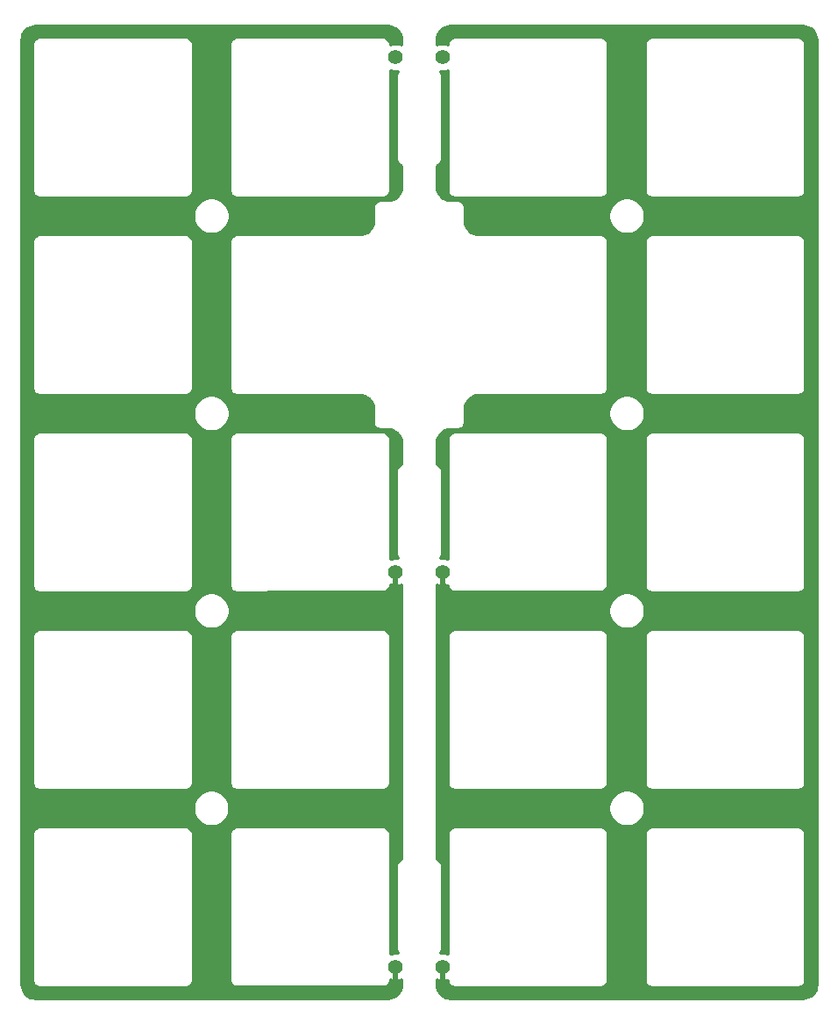
<source format=gtl>
G04 #@! TF.GenerationSoftware,KiCad,Pcbnew,(5.1.2)-2*
G04 #@! TF.CreationDate,2020-05-18T21:57:40+09:00*
G04 #@! TF.ProjectId,sekimen______________,73656b69-6d65-46ee-9135-d7ecfcc828c8,rev?*
G04 #@! TF.SameCoordinates,Original*
G04 #@! TF.FileFunction,Copper,L1,Top*
G04 #@! TF.FilePolarity,Positive*
%FSLAX46Y46*%
G04 Gerber Fmt 4.6, Leading zero omitted, Abs format (unit mm)*
G04 Created by KiCad (PCBNEW (5.1.2)-2) date 2020-05-18 21:57:40*
%MOMM*%
%LPD*%
G04 APERTURE LIST*
%ADD10C,1.400000*%
%ADD11C,0.500000*%
%ADD12C,0.254000*%
G04 APERTURE END LIST*
D10*
X1270000Y89480000D03*
X1270000Y39820000D03*
X1270000Y1720000D03*
X-3270000Y89480000D03*
X-3270000Y39820000D03*
X-3270000Y1720000D03*
D11*
X17358010Y91084688D02*
X16884688Y91558010D01*
X17358010Y57265312D02*
X17358010Y73142148D01*
X17358010Y75257852D02*
X17358010Y91084688D01*
X17191999Y57099301D02*
X17358010Y57265312D01*
X17191999Y54258159D02*
X17191999Y57099301D01*
X1270000Y38587302D02*
X2115312Y37741990D01*
X17191999Y75091841D02*
X17358010Y75257852D01*
X1270000Y39820000D02*
X1270000Y38587302D01*
X17358010Y73142148D02*
X17191999Y73308159D01*
X2115312Y37741990D02*
X16884688Y37741990D01*
X17191999Y73308159D02*
X17191999Y75091841D01*
X16884688Y37741990D02*
X18158159Y39015461D01*
X18158159Y39015461D02*
X18158159Y53291999D01*
X18158159Y53291999D02*
X17191999Y54258159D01*
X16884688Y91558010D02*
X10000000Y91558010D01*
X1270000Y38030000D02*
X1270000Y39820000D01*
X17358010Y33934688D02*
X13550708Y37741990D01*
X17000000Y18807302D02*
X17358010Y19165312D01*
X17000000Y16350158D02*
X17000000Y18807302D01*
X17358010Y19165312D02*
X17358010Y33934688D01*
X17358010Y15992148D02*
X17000000Y16350158D01*
X17358010Y115312D02*
X17358010Y15992148D01*
X16442698Y-800000D02*
X17358010Y115312D01*
X1558010Y37741990D02*
X1270000Y38030000D01*
X1900000Y-800000D02*
X16442698Y-800000D01*
X1270000Y-170000D02*
X1900000Y-800000D01*
X13550708Y37741990D02*
X1558010Y37741990D01*
X1270000Y1720000D02*
X1270000Y-170000D01*
X-3270000Y38830051D02*
X-3270000Y39820000D01*
X-15600708Y37741990D02*
X-4165312Y37741990D01*
X-4165312Y37741990D02*
X-3270000Y38637302D01*
X-19408010Y33934688D02*
X-15600708Y37741990D01*
X-3270000Y38637302D02*
X-3270000Y38830051D01*
X-19408010Y19165312D02*
X-19408010Y33934688D01*
X-19191999Y18949301D02*
X-19408010Y19165312D01*
X-3270000Y130000D02*
X-3758010Y-358010D01*
X-19191999Y16158159D02*
X-19191999Y18949301D01*
X-3270000Y1720000D02*
X-3270000Y130000D01*
X-3758010Y-358010D02*
X-18934688Y-358010D01*
X-18934688Y-358010D02*
X-19408010Y115312D01*
X-19408010Y115312D02*
X-19408010Y15942148D01*
X-19408010Y15942148D02*
X-19191999Y16158159D01*
D12*
G36*
X36354782Y92486733D02*
G01*
X36599855Y92412741D01*
X36825890Y92292557D01*
X37024281Y92130752D01*
X37187460Y91933503D01*
X37309220Y91708313D01*
X37384924Y91463753D01*
X37415000Y91177602D01*
X37415001Y33516D01*
X37386733Y-254782D01*
X37312741Y-499855D01*
X37192554Y-725893D01*
X37030754Y-924279D01*
X36833503Y-1087460D01*
X36608310Y-1209221D01*
X36363753Y-1284924D01*
X36077602Y-1315000D01*
X2033505Y-1315000D01*
X1745218Y-1286733D01*
X1500145Y-1212741D01*
X1274107Y-1092554D01*
X1075721Y-930754D01*
X912540Y-733503D01*
X790779Y-508310D01*
X715076Y-263753D01*
X685000Y22398D01*
X685000Y519755D01*
X826242Y454066D01*
X1081740Y391817D01*
X1344473Y380610D01*
X1604344Y420875D01*
X1764580Y479378D01*
X1761686Y450000D01*
X1774912Y315717D01*
X1814081Y186594D01*
X1877688Y67593D01*
X1963289Y-36711D01*
X2046512Y-105011D01*
X2067593Y-122312D01*
X2186594Y-185919D01*
X2315717Y-225088D01*
X2450000Y-238314D01*
X2483647Y-235000D01*
X16516353Y-235000D01*
X16550000Y-238314D01*
X16684283Y-225088D01*
X16813406Y-185919D01*
X16932407Y-122312D01*
X17036711Y-36711D01*
X17122312Y67593D01*
X17185919Y186594D01*
X17225088Y315717D01*
X17235000Y416353D01*
X17235000Y416354D01*
X17238314Y450000D01*
X17235000Y483647D01*
X17235000Y14516353D01*
X17238314Y14550000D01*
X20811686Y14550000D01*
X20815001Y14516343D01*
X20815000Y483647D01*
X20811686Y450000D01*
X20824912Y315717D01*
X20864081Y186594D01*
X20927688Y67593D01*
X21013289Y-36711D01*
X21096512Y-105011D01*
X21117593Y-122312D01*
X21236594Y-185919D01*
X21365717Y-225088D01*
X21500000Y-238314D01*
X21533647Y-235000D01*
X35566353Y-235000D01*
X35600000Y-238314D01*
X35734283Y-225088D01*
X35863406Y-185919D01*
X35982407Y-122312D01*
X36086711Y-36711D01*
X36172312Y67593D01*
X36235919Y186594D01*
X36275088Y315717D01*
X36285000Y416353D01*
X36285000Y416354D01*
X36288314Y450000D01*
X36285000Y483647D01*
X36285000Y14516353D01*
X36288314Y14550000D01*
X36275088Y14684283D01*
X36235919Y14813406D01*
X36172312Y14932407D01*
X36086711Y15036711D01*
X35982407Y15122312D01*
X35863406Y15185919D01*
X35734283Y15225088D01*
X35633647Y15235000D01*
X35600000Y15238314D01*
X35566353Y15235000D01*
X21533647Y15235000D01*
X21500000Y15238314D01*
X21466353Y15235000D01*
X21365717Y15225088D01*
X21236594Y15185919D01*
X21117593Y15122312D01*
X21013289Y15036711D01*
X20927688Y14932407D01*
X20864081Y14813406D01*
X20824912Y14684283D01*
X20811686Y14550000D01*
X17238314Y14550000D01*
X17225088Y14684283D01*
X17185919Y14813406D01*
X17122312Y14932407D01*
X17036711Y15036711D01*
X16932407Y15122312D01*
X16813406Y15185919D01*
X16684283Y15225088D01*
X16583647Y15235000D01*
X16550000Y15238314D01*
X16516353Y15235000D01*
X2483647Y15235000D01*
X2450000Y15238314D01*
X2416353Y15235000D01*
X2315717Y15225088D01*
X2186594Y15185919D01*
X2067593Y15122312D01*
X1963289Y15036711D01*
X1877688Y14932407D01*
X1814081Y14813406D01*
X1774912Y14684283D01*
X1761686Y14550000D01*
X1765001Y14516343D01*
X1765000Y2962102D01*
X1713758Y2985934D01*
X1458260Y3048183D01*
X1195527Y3059390D01*
X999636Y3029038D01*
X1072312Y3117593D01*
X1135919Y3236594D01*
X1175088Y3365717D01*
X1178560Y3400971D01*
X1189803Y3410197D01*
X1205597Y3429443D01*
X1217333Y3451399D01*
X1224560Y3475224D01*
X1227000Y3500000D01*
X1227000Y11500000D01*
X1224560Y11524776D01*
X1217333Y11548601D01*
X1205597Y11570557D01*
X1189803Y11589803D01*
X1178560Y11599029D01*
X1175088Y11634283D01*
X1135919Y11763406D01*
X1072312Y11882407D01*
X986711Y11986711D01*
X882407Y12072312D01*
X763406Y12135919D01*
X685000Y12159703D01*
X685000Y17220883D01*
X17315000Y17220883D01*
X17315000Y16879117D01*
X17381675Y16543919D01*
X17512463Y16228169D01*
X17702337Y15944002D01*
X17944002Y15702337D01*
X18228169Y15512463D01*
X18543919Y15381675D01*
X18879117Y15315000D01*
X19220883Y15315000D01*
X19556081Y15381675D01*
X19871831Y15512463D01*
X20155998Y15702337D01*
X20397663Y15944002D01*
X20587537Y16228169D01*
X20718325Y16543919D01*
X20785000Y16879117D01*
X20785000Y17220883D01*
X20718325Y17556081D01*
X20587537Y17871831D01*
X20397663Y18155998D01*
X20155998Y18397663D01*
X19871831Y18587537D01*
X19556081Y18718325D01*
X19220883Y18785000D01*
X18879117Y18785000D01*
X18543919Y18718325D01*
X18228169Y18587537D01*
X17944002Y18397663D01*
X17702337Y18155998D01*
X17512463Y17871831D01*
X17381675Y17556081D01*
X17315000Y17220883D01*
X685000Y17220883D01*
X685000Y33600000D01*
X1761686Y33600000D01*
X1765001Y33566343D01*
X1765000Y19533647D01*
X1761686Y19500000D01*
X1774912Y19365717D01*
X1814081Y19236594D01*
X1877688Y19117593D01*
X1963289Y19013289D01*
X2067593Y18927688D01*
X2186594Y18864081D01*
X2315717Y18824912D01*
X2450000Y18811686D01*
X2483647Y18815000D01*
X16516353Y18815000D01*
X16550000Y18811686D01*
X16684283Y18824912D01*
X16813406Y18864081D01*
X16932407Y18927688D01*
X17036711Y19013289D01*
X17122312Y19117593D01*
X17185919Y19236594D01*
X17225088Y19365717D01*
X17235000Y19466353D01*
X17235000Y19466354D01*
X17238314Y19500000D01*
X17235000Y19533647D01*
X17235000Y33566353D01*
X17238314Y33600000D01*
X20811686Y33600000D01*
X20815001Y33566343D01*
X20815000Y19533647D01*
X20811686Y19500000D01*
X20824912Y19365717D01*
X20864081Y19236594D01*
X20927688Y19117593D01*
X21013289Y19013289D01*
X21117593Y18927688D01*
X21236594Y18864081D01*
X21365717Y18824912D01*
X21500000Y18811686D01*
X21533647Y18815000D01*
X35566353Y18815000D01*
X35600000Y18811686D01*
X35734283Y18824912D01*
X35863406Y18864081D01*
X35982407Y18927688D01*
X36086711Y19013289D01*
X36172312Y19117593D01*
X36235919Y19236594D01*
X36275088Y19365717D01*
X36285000Y19466353D01*
X36285000Y19466354D01*
X36288314Y19500000D01*
X36285000Y19533647D01*
X36285000Y33566353D01*
X36288314Y33600000D01*
X36275088Y33734283D01*
X36235919Y33863406D01*
X36172312Y33982407D01*
X36086711Y34086711D01*
X35982407Y34172312D01*
X35863406Y34235919D01*
X35734283Y34275088D01*
X35633647Y34285000D01*
X35600000Y34288314D01*
X35566353Y34285000D01*
X21533647Y34285000D01*
X21500000Y34288314D01*
X21466353Y34285000D01*
X21365717Y34275088D01*
X21236594Y34235919D01*
X21117593Y34172312D01*
X21013289Y34086711D01*
X20927688Y33982407D01*
X20864081Y33863406D01*
X20824912Y33734283D01*
X20811686Y33600000D01*
X17238314Y33600000D01*
X17225088Y33734283D01*
X17185919Y33863406D01*
X17122312Y33982407D01*
X17036711Y34086711D01*
X16932407Y34172312D01*
X16813406Y34235919D01*
X16684283Y34275088D01*
X16583647Y34285000D01*
X16550000Y34288314D01*
X16516353Y34285000D01*
X2483647Y34285000D01*
X2450000Y34288314D01*
X2416353Y34285000D01*
X2315717Y34275088D01*
X2186594Y34235919D01*
X2067593Y34172312D01*
X1963289Y34086711D01*
X1877688Y33982407D01*
X1814081Y33863406D01*
X1774912Y33734283D01*
X1761686Y33600000D01*
X685000Y33600000D01*
X685000Y36270883D01*
X17315000Y36270883D01*
X17315000Y35929117D01*
X17381675Y35593919D01*
X17512463Y35278169D01*
X17702337Y34994002D01*
X17944002Y34752337D01*
X18228169Y34562463D01*
X18543919Y34431675D01*
X18879117Y34365000D01*
X19220883Y34365000D01*
X19556081Y34431675D01*
X19871831Y34562463D01*
X20155998Y34752337D01*
X20397663Y34994002D01*
X20587537Y35278169D01*
X20718325Y35593919D01*
X20785000Y35929117D01*
X20785000Y36270883D01*
X20718325Y36606081D01*
X20587537Y36921831D01*
X20397663Y37205998D01*
X20155998Y37447663D01*
X19871831Y37637537D01*
X19556081Y37768325D01*
X19220883Y37835000D01*
X18879117Y37835000D01*
X18543919Y37768325D01*
X18228169Y37637537D01*
X17944002Y37447663D01*
X17702337Y37205998D01*
X17512463Y36921831D01*
X17381675Y36606081D01*
X17315000Y36270883D01*
X685000Y36270883D01*
X685000Y38619755D01*
X826242Y38554066D01*
X1081740Y38491817D01*
X1344473Y38480610D01*
X1604344Y38520875D01*
X1764580Y38579378D01*
X1761686Y38550000D01*
X1774912Y38415717D01*
X1814081Y38286594D01*
X1877688Y38167593D01*
X1963289Y38063289D01*
X2067593Y37977688D01*
X2186594Y37914081D01*
X2315717Y37874912D01*
X2450000Y37861686D01*
X2483647Y37865000D01*
X16516353Y37865000D01*
X16550000Y37861686D01*
X16684283Y37874912D01*
X16813406Y37914081D01*
X16932407Y37977688D01*
X17036711Y38063289D01*
X17122312Y38167593D01*
X17185919Y38286594D01*
X17225088Y38415717D01*
X17235000Y38516353D01*
X17235000Y38516354D01*
X17238314Y38550000D01*
X17235000Y38583647D01*
X17235000Y52616353D01*
X17238314Y52650000D01*
X20811686Y52650000D01*
X20815001Y52616343D01*
X20815000Y38583647D01*
X20811686Y38550000D01*
X20824912Y38415717D01*
X20864081Y38286594D01*
X20927688Y38167593D01*
X21013289Y38063289D01*
X21117593Y37977688D01*
X21236594Y37914081D01*
X21365717Y37874912D01*
X21500000Y37861686D01*
X21533647Y37865000D01*
X35566353Y37865000D01*
X35600000Y37861686D01*
X35734283Y37874912D01*
X35863406Y37914081D01*
X35982407Y37977688D01*
X36086711Y38063289D01*
X36172312Y38167593D01*
X36235919Y38286594D01*
X36275088Y38415717D01*
X36285000Y38516353D01*
X36285000Y38516354D01*
X36288314Y38550000D01*
X36285000Y38583647D01*
X36285000Y52616353D01*
X36288314Y52650000D01*
X36275088Y52784283D01*
X36235919Y52913406D01*
X36172312Y53032407D01*
X36086711Y53136711D01*
X35982407Y53222312D01*
X35863406Y53285919D01*
X35734283Y53325088D01*
X35633647Y53335000D01*
X35600000Y53338314D01*
X35566353Y53335000D01*
X21533647Y53335000D01*
X21500000Y53338314D01*
X21466353Y53335000D01*
X21365717Y53325088D01*
X21236594Y53285919D01*
X21117593Y53222312D01*
X21013289Y53136711D01*
X20927688Y53032407D01*
X20864081Y52913406D01*
X20824912Y52784283D01*
X20811686Y52650000D01*
X17238314Y52650000D01*
X17225088Y52784283D01*
X17185919Y52913406D01*
X17122312Y53032407D01*
X17036711Y53136711D01*
X16932407Y53222312D01*
X16813406Y53285919D01*
X16684283Y53325088D01*
X16583647Y53335000D01*
X16550000Y53338314D01*
X16516353Y53335000D01*
X2483647Y53335000D01*
X2450000Y53338314D01*
X2416353Y53335000D01*
X2315717Y53325088D01*
X2186594Y53285919D01*
X2067593Y53222312D01*
X1963289Y53136711D01*
X1877688Y53032407D01*
X1814081Y52913406D01*
X1774912Y52784283D01*
X1761686Y52650000D01*
X1765001Y52616343D01*
X1765000Y41062102D01*
X1713758Y41085934D01*
X1458260Y41148183D01*
X1195527Y41159390D01*
X999636Y41129038D01*
X1072312Y41217593D01*
X1135919Y41336594D01*
X1175088Y41465717D01*
X1178560Y41500971D01*
X1189803Y41510197D01*
X1205597Y41529443D01*
X1217333Y41551399D01*
X1224560Y41575224D01*
X1227000Y41600000D01*
X1227000Y49600000D01*
X1224560Y49624776D01*
X1217333Y49648601D01*
X1205597Y49670557D01*
X1189803Y49689803D01*
X1178560Y49699029D01*
X1175088Y49734283D01*
X1135919Y49863406D01*
X1072312Y49982407D01*
X986711Y50086711D01*
X882407Y50172312D01*
X763406Y50235919D01*
X685000Y50259703D01*
X685000Y52266495D01*
X713267Y52554782D01*
X787259Y52799855D01*
X907443Y53025890D01*
X1069248Y53224281D01*
X1266497Y53387460D01*
X1491687Y53509220D01*
X1736247Y53584924D01*
X2022398Y53615000D01*
X2691353Y53615000D01*
X2725000Y53611686D01*
X2796254Y53618704D01*
X2859283Y53624912D01*
X2988406Y53664081D01*
X3107407Y53727688D01*
X3211711Y53813289D01*
X3297312Y53917593D01*
X3360919Y54036594D01*
X3400088Y54165717D01*
X3413314Y54300000D01*
X3410000Y54333647D01*
X3410000Y55320883D01*
X17315000Y55320883D01*
X17315000Y54979117D01*
X17381675Y54643919D01*
X17512463Y54328169D01*
X17702337Y54044002D01*
X17944002Y53802337D01*
X18228169Y53612463D01*
X18543919Y53481675D01*
X18879117Y53415000D01*
X19220883Y53415000D01*
X19556081Y53481675D01*
X19871831Y53612463D01*
X20155998Y53802337D01*
X20397663Y54044002D01*
X20587537Y54328169D01*
X20718325Y54643919D01*
X20785000Y54979117D01*
X20785000Y55320883D01*
X20718325Y55656081D01*
X20587537Y55971831D01*
X20397663Y56255998D01*
X20155998Y56497663D01*
X19871831Y56687537D01*
X19556081Y56818325D01*
X19220883Y56885000D01*
X18879117Y56885000D01*
X18543919Y56818325D01*
X18228169Y56687537D01*
X17944002Y56497663D01*
X17702337Y56255998D01*
X17512463Y55971831D01*
X17381675Y55656081D01*
X17315000Y55320883D01*
X3410000Y55320883D01*
X3410000Y55566495D01*
X3438267Y55854782D01*
X3512259Y56099855D01*
X3632443Y56325890D01*
X3794248Y56524281D01*
X3991497Y56687460D01*
X4216687Y56809220D01*
X4461247Y56884924D01*
X4747398Y56915000D01*
X16516353Y56915000D01*
X16550000Y56911686D01*
X16621254Y56918704D01*
X16684283Y56924912D01*
X16813406Y56964081D01*
X16932407Y57027688D01*
X17036711Y57113289D01*
X17122312Y57217593D01*
X17185919Y57336594D01*
X17225088Y57465717D01*
X17238314Y57600000D01*
X17235000Y57633647D01*
X17235000Y71666353D01*
X17238314Y71700000D01*
X20811686Y71700000D01*
X20815001Y71666343D01*
X20815000Y57633647D01*
X20811686Y57600000D01*
X20824912Y57465717D01*
X20864081Y57336594D01*
X20927688Y57217593D01*
X21013289Y57113289D01*
X21117593Y57027688D01*
X21236594Y56964081D01*
X21365717Y56924912D01*
X21428747Y56918704D01*
X21500000Y56911686D01*
X21533647Y56915000D01*
X35566353Y56915000D01*
X35600000Y56911686D01*
X35671254Y56918704D01*
X35734283Y56924912D01*
X35863406Y56964081D01*
X35982407Y57027688D01*
X36086711Y57113289D01*
X36172312Y57217593D01*
X36235919Y57336594D01*
X36275088Y57465717D01*
X36288314Y57600000D01*
X36285000Y57633647D01*
X36285000Y71666353D01*
X36288314Y71700000D01*
X36275088Y71834283D01*
X36235919Y71963406D01*
X36172312Y72082407D01*
X36086711Y72186711D01*
X35982407Y72272312D01*
X35863406Y72335919D01*
X35734283Y72375088D01*
X35633647Y72385000D01*
X35600000Y72388314D01*
X35566353Y72385000D01*
X21533647Y72385000D01*
X21500000Y72388314D01*
X21466353Y72385000D01*
X21365717Y72375088D01*
X21236594Y72335919D01*
X21117593Y72272312D01*
X21013289Y72186711D01*
X20927688Y72082407D01*
X20864081Y71963406D01*
X20824912Y71834283D01*
X20811686Y71700000D01*
X17238314Y71700000D01*
X17225088Y71834283D01*
X17185919Y71963406D01*
X17122312Y72082407D01*
X17036711Y72186711D01*
X16932407Y72272312D01*
X16813406Y72335919D01*
X16684283Y72375088D01*
X16583647Y72385000D01*
X16550000Y72388314D01*
X16516353Y72385000D01*
X4758505Y72385000D01*
X4470218Y72413267D01*
X4225145Y72487259D01*
X3999107Y72607446D01*
X3800721Y72769246D01*
X3637540Y72966497D01*
X3515779Y73191690D01*
X3440076Y73436247D01*
X3410000Y73722398D01*
X3410000Y74370883D01*
X17315000Y74370883D01*
X17315000Y74029117D01*
X17381675Y73693919D01*
X17512463Y73378169D01*
X17702337Y73094002D01*
X17944002Y72852337D01*
X18228169Y72662463D01*
X18543919Y72531675D01*
X18879117Y72465000D01*
X19220883Y72465000D01*
X19556081Y72531675D01*
X19871831Y72662463D01*
X20155998Y72852337D01*
X20397663Y73094002D01*
X20587537Y73378169D01*
X20718325Y73693919D01*
X20785000Y74029117D01*
X20785000Y74370883D01*
X20718325Y74706081D01*
X20587537Y75021831D01*
X20397663Y75305998D01*
X20155998Y75547663D01*
X19871831Y75737537D01*
X19556081Y75868325D01*
X19220883Y75935000D01*
X18879117Y75935000D01*
X18543919Y75868325D01*
X18228169Y75737537D01*
X17944002Y75547663D01*
X17702337Y75305998D01*
X17512463Y75021831D01*
X17381675Y74706081D01*
X17315000Y74370883D01*
X3410000Y74370883D01*
X3410000Y74966353D01*
X3413314Y75000000D01*
X3400088Y75134283D01*
X3360919Y75263406D01*
X3297312Y75382407D01*
X3211711Y75486711D01*
X3107407Y75572312D01*
X2988406Y75635919D01*
X2859283Y75675088D01*
X2758647Y75685000D01*
X2725000Y75688314D01*
X2691353Y75685000D01*
X2033505Y75685000D01*
X1745218Y75713267D01*
X1500145Y75787259D01*
X1274107Y75907446D01*
X1075721Y76069246D01*
X912540Y76266497D01*
X790779Y76491690D01*
X715076Y76736247D01*
X685000Y77022398D01*
X685000Y79040297D01*
X763406Y79064081D01*
X882407Y79127688D01*
X986711Y79213289D01*
X1072312Y79317593D01*
X1135919Y79436594D01*
X1175088Y79565717D01*
X1178560Y79600971D01*
X1189803Y79610197D01*
X1205597Y79629443D01*
X1217333Y79651399D01*
X1224560Y79675224D01*
X1227000Y79700000D01*
X1227000Y87700000D01*
X1224560Y87724776D01*
X1217333Y87748601D01*
X1205597Y87770557D01*
X1189803Y87789803D01*
X1178560Y87799029D01*
X1175088Y87834283D01*
X1135919Y87963406D01*
X1072312Y88082407D01*
X998755Y88172035D01*
X1081740Y88151817D01*
X1344473Y88140610D01*
X1604344Y88180875D01*
X1765001Y88239532D01*
X1765000Y76683647D01*
X1761686Y76650000D01*
X1774912Y76515717D01*
X1814081Y76386594D01*
X1877688Y76267593D01*
X1963289Y76163289D01*
X2026155Y76111696D01*
X2067593Y76077688D01*
X2186594Y76014081D01*
X2315717Y75974912D01*
X2450000Y75961686D01*
X2483647Y75965000D01*
X16516353Y75965000D01*
X16550000Y75961686D01*
X16684283Y75974912D01*
X16813406Y76014081D01*
X16932407Y76077688D01*
X17036711Y76163289D01*
X17122312Y76267593D01*
X17185919Y76386594D01*
X17225088Y76515717D01*
X17235000Y76616353D01*
X17235000Y76616354D01*
X17238314Y76650000D01*
X17235000Y76683647D01*
X17235000Y90716353D01*
X17238314Y90750000D01*
X20811686Y90750000D01*
X20815001Y90716343D01*
X20815000Y76683647D01*
X20811686Y76650000D01*
X20824912Y76515717D01*
X20864081Y76386594D01*
X20927688Y76267593D01*
X21013289Y76163289D01*
X21076155Y76111696D01*
X21117593Y76077688D01*
X21236594Y76014081D01*
X21365717Y75974912D01*
X21500000Y75961686D01*
X21533647Y75965000D01*
X35566353Y75965000D01*
X35600000Y75961686D01*
X35734283Y75974912D01*
X35863406Y76014081D01*
X35982407Y76077688D01*
X36086711Y76163289D01*
X36172312Y76267593D01*
X36235919Y76386594D01*
X36275088Y76515717D01*
X36285000Y76616353D01*
X36285000Y76616354D01*
X36288314Y76650000D01*
X36285000Y76683647D01*
X36285000Y90716353D01*
X36288314Y90750000D01*
X36281914Y90814984D01*
X36275088Y90884283D01*
X36235919Y91013406D01*
X36172312Y91132407D01*
X36153337Y91155528D01*
X36086711Y91236711D01*
X35982407Y91322312D01*
X35863406Y91385919D01*
X35734283Y91425088D01*
X35633647Y91435000D01*
X35600000Y91438314D01*
X35566353Y91435000D01*
X21533647Y91435000D01*
X21500000Y91438314D01*
X21466353Y91435000D01*
X21365717Y91425088D01*
X21236594Y91385919D01*
X21117593Y91322312D01*
X21013289Y91236711D01*
X20927688Y91132407D01*
X20864081Y91013406D01*
X20824912Y90884283D01*
X20811686Y90750000D01*
X17238314Y90750000D01*
X17231914Y90814984D01*
X17225088Y90884283D01*
X17185919Y91013406D01*
X17122312Y91132407D01*
X17103337Y91155528D01*
X17036711Y91236711D01*
X16932407Y91322312D01*
X16813406Y91385919D01*
X16684283Y91425088D01*
X16583647Y91435000D01*
X16550000Y91438314D01*
X16516353Y91435000D01*
X2483647Y91435000D01*
X2450000Y91438314D01*
X2416353Y91435000D01*
X2315717Y91425088D01*
X2186594Y91385919D01*
X2067593Y91322312D01*
X1963289Y91236711D01*
X1877688Y91132407D01*
X1814081Y91013406D01*
X1774912Y90884283D01*
X1761686Y90750000D01*
X1764407Y90722378D01*
X1713758Y90745934D01*
X1458260Y90808183D01*
X1195527Y90819390D01*
X935656Y90779125D01*
X688634Y90688935D01*
X685000Y90686993D01*
X685000Y91166495D01*
X713267Y91454782D01*
X787259Y91699855D01*
X907443Y91925890D01*
X1069248Y92124281D01*
X1266497Y92287460D01*
X1491687Y92409220D01*
X1736247Y92484924D01*
X2022398Y92515000D01*
X36066495Y92515000D01*
X36354782Y92486733D01*
X36354782Y92486733D01*
G37*
X36354782Y92486733D02*
X36599855Y92412741D01*
X36825890Y92292557D01*
X37024281Y92130752D01*
X37187460Y91933503D01*
X37309220Y91708313D01*
X37384924Y91463753D01*
X37415000Y91177602D01*
X37415001Y33516D01*
X37386733Y-254782D01*
X37312741Y-499855D01*
X37192554Y-725893D01*
X37030754Y-924279D01*
X36833503Y-1087460D01*
X36608310Y-1209221D01*
X36363753Y-1284924D01*
X36077602Y-1315000D01*
X2033505Y-1315000D01*
X1745218Y-1286733D01*
X1500145Y-1212741D01*
X1274107Y-1092554D01*
X1075721Y-930754D01*
X912540Y-733503D01*
X790779Y-508310D01*
X715076Y-263753D01*
X685000Y22398D01*
X685000Y519755D01*
X826242Y454066D01*
X1081740Y391817D01*
X1344473Y380610D01*
X1604344Y420875D01*
X1764580Y479378D01*
X1761686Y450000D01*
X1774912Y315717D01*
X1814081Y186594D01*
X1877688Y67593D01*
X1963289Y-36711D01*
X2046512Y-105011D01*
X2067593Y-122312D01*
X2186594Y-185919D01*
X2315717Y-225088D01*
X2450000Y-238314D01*
X2483647Y-235000D01*
X16516353Y-235000D01*
X16550000Y-238314D01*
X16684283Y-225088D01*
X16813406Y-185919D01*
X16932407Y-122312D01*
X17036711Y-36711D01*
X17122312Y67593D01*
X17185919Y186594D01*
X17225088Y315717D01*
X17235000Y416353D01*
X17235000Y416354D01*
X17238314Y450000D01*
X17235000Y483647D01*
X17235000Y14516353D01*
X17238314Y14550000D01*
X20811686Y14550000D01*
X20815001Y14516343D01*
X20815000Y483647D01*
X20811686Y450000D01*
X20824912Y315717D01*
X20864081Y186594D01*
X20927688Y67593D01*
X21013289Y-36711D01*
X21096512Y-105011D01*
X21117593Y-122312D01*
X21236594Y-185919D01*
X21365717Y-225088D01*
X21500000Y-238314D01*
X21533647Y-235000D01*
X35566353Y-235000D01*
X35600000Y-238314D01*
X35734283Y-225088D01*
X35863406Y-185919D01*
X35982407Y-122312D01*
X36086711Y-36711D01*
X36172312Y67593D01*
X36235919Y186594D01*
X36275088Y315717D01*
X36285000Y416353D01*
X36285000Y416354D01*
X36288314Y450000D01*
X36285000Y483647D01*
X36285000Y14516353D01*
X36288314Y14550000D01*
X36275088Y14684283D01*
X36235919Y14813406D01*
X36172312Y14932407D01*
X36086711Y15036711D01*
X35982407Y15122312D01*
X35863406Y15185919D01*
X35734283Y15225088D01*
X35633647Y15235000D01*
X35600000Y15238314D01*
X35566353Y15235000D01*
X21533647Y15235000D01*
X21500000Y15238314D01*
X21466353Y15235000D01*
X21365717Y15225088D01*
X21236594Y15185919D01*
X21117593Y15122312D01*
X21013289Y15036711D01*
X20927688Y14932407D01*
X20864081Y14813406D01*
X20824912Y14684283D01*
X20811686Y14550000D01*
X17238314Y14550000D01*
X17225088Y14684283D01*
X17185919Y14813406D01*
X17122312Y14932407D01*
X17036711Y15036711D01*
X16932407Y15122312D01*
X16813406Y15185919D01*
X16684283Y15225088D01*
X16583647Y15235000D01*
X16550000Y15238314D01*
X16516353Y15235000D01*
X2483647Y15235000D01*
X2450000Y15238314D01*
X2416353Y15235000D01*
X2315717Y15225088D01*
X2186594Y15185919D01*
X2067593Y15122312D01*
X1963289Y15036711D01*
X1877688Y14932407D01*
X1814081Y14813406D01*
X1774912Y14684283D01*
X1761686Y14550000D01*
X1765001Y14516343D01*
X1765000Y2962102D01*
X1713758Y2985934D01*
X1458260Y3048183D01*
X1195527Y3059390D01*
X999636Y3029038D01*
X1072312Y3117593D01*
X1135919Y3236594D01*
X1175088Y3365717D01*
X1178560Y3400971D01*
X1189803Y3410197D01*
X1205597Y3429443D01*
X1217333Y3451399D01*
X1224560Y3475224D01*
X1227000Y3500000D01*
X1227000Y11500000D01*
X1224560Y11524776D01*
X1217333Y11548601D01*
X1205597Y11570557D01*
X1189803Y11589803D01*
X1178560Y11599029D01*
X1175088Y11634283D01*
X1135919Y11763406D01*
X1072312Y11882407D01*
X986711Y11986711D01*
X882407Y12072312D01*
X763406Y12135919D01*
X685000Y12159703D01*
X685000Y17220883D01*
X17315000Y17220883D01*
X17315000Y16879117D01*
X17381675Y16543919D01*
X17512463Y16228169D01*
X17702337Y15944002D01*
X17944002Y15702337D01*
X18228169Y15512463D01*
X18543919Y15381675D01*
X18879117Y15315000D01*
X19220883Y15315000D01*
X19556081Y15381675D01*
X19871831Y15512463D01*
X20155998Y15702337D01*
X20397663Y15944002D01*
X20587537Y16228169D01*
X20718325Y16543919D01*
X20785000Y16879117D01*
X20785000Y17220883D01*
X20718325Y17556081D01*
X20587537Y17871831D01*
X20397663Y18155998D01*
X20155998Y18397663D01*
X19871831Y18587537D01*
X19556081Y18718325D01*
X19220883Y18785000D01*
X18879117Y18785000D01*
X18543919Y18718325D01*
X18228169Y18587537D01*
X17944002Y18397663D01*
X17702337Y18155998D01*
X17512463Y17871831D01*
X17381675Y17556081D01*
X17315000Y17220883D01*
X685000Y17220883D01*
X685000Y33600000D01*
X1761686Y33600000D01*
X1765001Y33566343D01*
X1765000Y19533647D01*
X1761686Y19500000D01*
X1774912Y19365717D01*
X1814081Y19236594D01*
X1877688Y19117593D01*
X1963289Y19013289D01*
X2067593Y18927688D01*
X2186594Y18864081D01*
X2315717Y18824912D01*
X2450000Y18811686D01*
X2483647Y18815000D01*
X16516353Y18815000D01*
X16550000Y18811686D01*
X16684283Y18824912D01*
X16813406Y18864081D01*
X16932407Y18927688D01*
X17036711Y19013289D01*
X17122312Y19117593D01*
X17185919Y19236594D01*
X17225088Y19365717D01*
X17235000Y19466353D01*
X17235000Y19466354D01*
X17238314Y19500000D01*
X17235000Y19533647D01*
X17235000Y33566353D01*
X17238314Y33600000D01*
X20811686Y33600000D01*
X20815001Y33566343D01*
X20815000Y19533647D01*
X20811686Y19500000D01*
X20824912Y19365717D01*
X20864081Y19236594D01*
X20927688Y19117593D01*
X21013289Y19013289D01*
X21117593Y18927688D01*
X21236594Y18864081D01*
X21365717Y18824912D01*
X21500000Y18811686D01*
X21533647Y18815000D01*
X35566353Y18815000D01*
X35600000Y18811686D01*
X35734283Y18824912D01*
X35863406Y18864081D01*
X35982407Y18927688D01*
X36086711Y19013289D01*
X36172312Y19117593D01*
X36235919Y19236594D01*
X36275088Y19365717D01*
X36285000Y19466353D01*
X36285000Y19466354D01*
X36288314Y19500000D01*
X36285000Y19533647D01*
X36285000Y33566353D01*
X36288314Y33600000D01*
X36275088Y33734283D01*
X36235919Y33863406D01*
X36172312Y33982407D01*
X36086711Y34086711D01*
X35982407Y34172312D01*
X35863406Y34235919D01*
X35734283Y34275088D01*
X35633647Y34285000D01*
X35600000Y34288314D01*
X35566353Y34285000D01*
X21533647Y34285000D01*
X21500000Y34288314D01*
X21466353Y34285000D01*
X21365717Y34275088D01*
X21236594Y34235919D01*
X21117593Y34172312D01*
X21013289Y34086711D01*
X20927688Y33982407D01*
X20864081Y33863406D01*
X20824912Y33734283D01*
X20811686Y33600000D01*
X17238314Y33600000D01*
X17225088Y33734283D01*
X17185919Y33863406D01*
X17122312Y33982407D01*
X17036711Y34086711D01*
X16932407Y34172312D01*
X16813406Y34235919D01*
X16684283Y34275088D01*
X16583647Y34285000D01*
X16550000Y34288314D01*
X16516353Y34285000D01*
X2483647Y34285000D01*
X2450000Y34288314D01*
X2416353Y34285000D01*
X2315717Y34275088D01*
X2186594Y34235919D01*
X2067593Y34172312D01*
X1963289Y34086711D01*
X1877688Y33982407D01*
X1814081Y33863406D01*
X1774912Y33734283D01*
X1761686Y33600000D01*
X685000Y33600000D01*
X685000Y36270883D01*
X17315000Y36270883D01*
X17315000Y35929117D01*
X17381675Y35593919D01*
X17512463Y35278169D01*
X17702337Y34994002D01*
X17944002Y34752337D01*
X18228169Y34562463D01*
X18543919Y34431675D01*
X18879117Y34365000D01*
X19220883Y34365000D01*
X19556081Y34431675D01*
X19871831Y34562463D01*
X20155998Y34752337D01*
X20397663Y34994002D01*
X20587537Y35278169D01*
X20718325Y35593919D01*
X20785000Y35929117D01*
X20785000Y36270883D01*
X20718325Y36606081D01*
X20587537Y36921831D01*
X20397663Y37205998D01*
X20155998Y37447663D01*
X19871831Y37637537D01*
X19556081Y37768325D01*
X19220883Y37835000D01*
X18879117Y37835000D01*
X18543919Y37768325D01*
X18228169Y37637537D01*
X17944002Y37447663D01*
X17702337Y37205998D01*
X17512463Y36921831D01*
X17381675Y36606081D01*
X17315000Y36270883D01*
X685000Y36270883D01*
X685000Y38619755D01*
X826242Y38554066D01*
X1081740Y38491817D01*
X1344473Y38480610D01*
X1604344Y38520875D01*
X1764580Y38579378D01*
X1761686Y38550000D01*
X1774912Y38415717D01*
X1814081Y38286594D01*
X1877688Y38167593D01*
X1963289Y38063289D01*
X2067593Y37977688D01*
X2186594Y37914081D01*
X2315717Y37874912D01*
X2450000Y37861686D01*
X2483647Y37865000D01*
X16516353Y37865000D01*
X16550000Y37861686D01*
X16684283Y37874912D01*
X16813406Y37914081D01*
X16932407Y37977688D01*
X17036711Y38063289D01*
X17122312Y38167593D01*
X17185919Y38286594D01*
X17225088Y38415717D01*
X17235000Y38516353D01*
X17235000Y38516354D01*
X17238314Y38550000D01*
X17235000Y38583647D01*
X17235000Y52616353D01*
X17238314Y52650000D01*
X20811686Y52650000D01*
X20815001Y52616343D01*
X20815000Y38583647D01*
X20811686Y38550000D01*
X20824912Y38415717D01*
X20864081Y38286594D01*
X20927688Y38167593D01*
X21013289Y38063289D01*
X21117593Y37977688D01*
X21236594Y37914081D01*
X21365717Y37874912D01*
X21500000Y37861686D01*
X21533647Y37865000D01*
X35566353Y37865000D01*
X35600000Y37861686D01*
X35734283Y37874912D01*
X35863406Y37914081D01*
X35982407Y37977688D01*
X36086711Y38063289D01*
X36172312Y38167593D01*
X36235919Y38286594D01*
X36275088Y38415717D01*
X36285000Y38516353D01*
X36285000Y38516354D01*
X36288314Y38550000D01*
X36285000Y38583647D01*
X36285000Y52616353D01*
X36288314Y52650000D01*
X36275088Y52784283D01*
X36235919Y52913406D01*
X36172312Y53032407D01*
X36086711Y53136711D01*
X35982407Y53222312D01*
X35863406Y53285919D01*
X35734283Y53325088D01*
X35633647Y53335000D01*
X35600000Y53338314D01*
X35566353Y53335000D01*
X21533647Y53335000D01*
X21500000Y53338314D01*
X21466353Y53335000D01*
X21365717Y53325088D01*
X21236594Y53285919D01*
X21117593Y53222312D01*
X21013289Y53136711D01*
X20927688Y53032407D01*
X20864081Y52913406D01*
X20824912Y52784283D01*
X20811686Y52650000D01*
X17238314Y52650000D01*
X17225088Y52784283D01*
X17185919Y52913406D01*
X17122312Y53032407D01*
X17036711Y53136711D01*
X16932407Y53222312D01*
X16813406Y53285919D01*
X16684283Y53325088D01*
X16583647Y53335000D01*
X16550000Y53338314D01*
X16516353Y53335000D01*
X2483647Y53335000D01*
X2450000Y53338314D01*
X2416353Y53335000D01*
X2315717Y53325088D01*
X2186594Y53285919D01*
X2067593Y53222312D01*
X1963289Y53136711D01*
X1877688Y53032407D01*
X1814081Y52913406D01*
X1774912Y52784283D01*
X1761686Y52650000D01*
X1765001Y52616343D01*
X1765000Y41062102D01*
X1713758Y41085934D01*
X1458260Y41148183D01*
X1195527Y41159390D01*
X999636Y41129038D01*
X1072312Y41217593D01*
X1135919Y41336594D01*
X1175088Y41465717D01*
X1178560Y41500971D01*
X1189803Y41510197D01*
X1205597Y41529443D01*
X1217333Y41551399D01*
X1224560Y41575224D01*
X1227000Y41600000D01*
X1227000Y49600000D01*
X1224560Y49624776D01*
X1217333Y49648601D01*
X1205597Y49670557D01*
X1189803Y49689803D01*
X1178560Y49699029D01*
X1175088Y49734283D01*
X1135919Y49863406D01*
X1072312Y49982407D01*
X986711Y50086711D01*
X882407Y50172312D01*
X763406Y50235919D01*
X685000Y50259703D01*
X685000Y52266495D01*
X713267Y52554782D01*
X787259Y52799855D01*
X907443Y53025890D01*
X1069248Y53224281D01*
X1266497Y53387460D01*
X1491687Y53509220D01*
X1736247Y53584924D01*
X2022398Y53615000D01*
X2691353Y53615000D01*
X2725000Y53611686D01*
X2796254Y53618704D01*
X2859283Y53624912D01*
X2988406Y53664081D01*
X3107407Y53727688D01*
X3211711Y53813289D01*
X3297312Y53917593D01*
X3360919Y54036594D01*
X3400088Y54165717D01*
X3413314Y54300000D01*
X3410000Y54333647D01*
X3410000Y55320883D01*
X17315000Y55320883D01*
X17315000Y54979117D01*
X17381675Y54643919D01*
X17512463Y54328169D01*
X17702337Y54044002D01*
X17944002Y53802337D01*
X18228169Y53612463D01*
X18543919Y53481675D01*
X18879117Y53415000D01*
X19220883Y53415000D01*
X19556081Y53481675D01*
X19871831Y53612463D01*
X20155998Y53802337D01*
X20397663Y54044002D01*
X20587537Y54328169D01*
X20718325Y54643919D01*
X20785000Y54979117D01*
X20785000Y55320883D01*
X20718325Y55656081D01*
X20587537Y55971831D01*
X20397663Y56255998D01*
X20155998Y56497663D01*
X19871831Y56687537D01*
X19556081Y56818325D01*
X19220883Y56885000D01*
X18879117Y56885000D01*
X18543919Y56818325D01*
X18228169Y56687537D01*
X17944002Y56497663D01*
X17702337Y56255998D01*
X17512463Y55971831D01*
X17381675Y55656081D01*
X17315000Y55320883D01*
X3410000Y55320883D01*
X3410000Y55566495D01*
X3438267Y55854782D01*
X3512259Y56099855D01*
X3632443Y56325890D01*
X3794248Y56524281D01*
X3991497Y56687460D01*
X4216687Y56809220D01*
X4461247Y56884924D01*
X4747398Y56915000D01*
X16516353Y56915000D01*
X16550000Y56911686D01*
X16621254Y56918704D01*
X16684283Y56924912D01*
X16813406Y56964081D01*
X16932407Y57027688D01*
X17036711Y57113289D01*
X17122312Y57217593D01*
X17185919Y57336594D01*
X17225088Y57465717D01*
X17238314Y57600000D01*
X17235000Y57633647D01*
X17235000Y71666353D01*
X17238314Y71700000D01*
X20811686Y71700000D01*
X20815001Y71666343D01*
X20815000Y57633647D01*
X20811686Y57600000D01*
X20824912Y57465717D01*
X20864081Y57336594D01*
X20927688Y57217593D01*
X21013289Y57113289D01*
X21117593Y57027688D01*
X21236594Y56964081D01*
X21365717Y56924912D01*
X21428747Y56918704D01*
X21500000Y56911686D01*
X21533647Y56915000D01*
X35566353Y56915000D01*
X35600000Y56911686D01*
X35671254Y56918704D01*
X35734283Y56924912D01*
X35863406Y56964081D01*
X35982407Y57027688D01*
X36086711Y57113289D01*
X36172312Y57217593D01*
X36235919Y57336594D01*
X36275088Y57465717D01*
X36288314Y57600000D01*
X36285000Y57633647D01*
X36285000Y71666353D01*
X36288314Y71700000D01*
X36275088Y71834283D01*
X36235919Y71963406D01*
X36172312Y72082407D01*
X36086711Y72186711D01*
X35982407Y72272312D01*
X35863406Y72335919D01*
X35734283Y72375088D01*
X35633647Y72385000D01*
X35600000Y72388314D01*
X35566353Y72385000D01*
X21533647Y72385000D01*
X21500000Y72388314D01*
X21466353Y72385000D01*
X21365717Y72375088D01*
X21236594Y72335919D01*
X21117593Y72272312D01*
X21013289Y72186711D01*
X20927688Y72082407D01*
X20864081Y71963406D01*
X20824912Y71834283D01*
X20811686Y71700000D01*
X17238314Y71700000D01*
X17225088Y71834283D01*
X17185919Y71963406D01*
X17122312Y72082407D01*
X17036711Y72186711D01*
X16932407Y72272312D01*
X16813406Y72335919D01*
X16684283Y72375088D01*
X16583647Y72385000D01*
X16550000Y72388314D01*
X16516353Y72385000D01*
X4758505Y72385000D01*
X4470218Y72413267D01*
X4225145Y72487259D01*
X3999107Y72607446D01*
X3800721Y72769246D01*
X3637540Y72966497D01*
X3515779Y73191690D01*
X3440076Y73436247D01*
X3410000Y73722398D01*
X3410000Y74370883D01*
X17315000Y74370883D01*
X17315000Y74029117D01*
X17381675Y73693919D01*
X17512463Y73378169D01*
X17702337Y73094002D01*
X17944002Y72852337D01*
X18228169Y72662463D01*
X18543919Y72531675D01*
X18879117Y72465000D01*
X19220883Y72465000D01*
X19556081Y72531675D01*
X19871831Y72662463D01*
X20155998Y72852337D01*
X20397663Y73094002D01*
X20587537Y73378169D01*
X20718325Y73693919D01*
X20785000Y74029117D01*
X20785000Y74370883D01*
X20718325Y74706081D01*
X20587537Y75021831D01*
X20397663Y75305998D01*
X20155998Y75547663D01*
X19871831Y75737537D01*
X19556081Y75868325D01*
X19220883Y75935000D01*
X18879117Y75935000D01*
X18543919Y75868325D01*
X18228169Y75737537D01*
X17944002Y75547663D01*
X17702337Y75305998D01*
X17512463Y75021831D01*
X17381675Y74706081D01*
X17315000Y74370883D01*
X3410000Y74370883D01*
X3410000Y74966353D01*
X3413314Y75000000D01*
X3400088Y75134283D01*
X3360919Y75263406D01*
X3297312Y75382407D01*
X3211711Y75486711D01*
X3107407Y75572312D01*
X2988406Y75635919D01*
X2859283Y75675088D01*
X2758647Y75685000D01*
X2725000Y75688314D01*
X2691353Y75685000D01*
X2033505Y75685000D01*
X1745218Y75713267D01*
X1500145Y75787259D01*
X1274107Y75907446D01*
X1075721Y76069246D01*
X912540Y76266497D01*
X790779Y76491690D01*
X715076Y76736247D01*
X685000Y77022398D01*
X685000Y79040297D01*
X763406Y79064081D01*
X882407Y79127688D01*
X986711Y79213289D01*
X1072312Y79317593D01*
X1135919Y79436594D01*
X1175088Y79565717D01*
X1178560Y79600971D01*
X1189803Y79610197D01*
X1205597Y79629443D01*
X1217333Y79651399D01*
X1224560Y79675224D01*
X1227000Y79700000D01*
X1227000Y87700000D01*
X1224560Y87724776D01*
X1217333Y87748601D01*
X1205597Y87770557D01*
X1189803Y87789803D01*
X1178560Y87799029D01*
X1175088Y87834283D01*
X1135919Y87963406D01*
X1072312Y88082407D01*
X998755Y88172035D01*
X1081740Y88151817D01*
X1344473Y88140610D01*
X1604344Y88180875D01*
X1765001Y88239532D01*
X1765000Y76683647D01*
X1761686Y76650000D01*
X1774912Y76515717D01*
X1814081Y76386594D01*
X1877688Y76267593D01*
X1963289Y76163289D01*
X2026155Y76111696D01*
X2067593Y76077688D01*
X2186594Y76014081D01*
X2315717Y75974912D01*
X2450000Y75961686D01*
X2483647Y75965000D01*
X16516353Y75965000D01*
X16550000Y75961686D01*
X16684283Y75974912D01*
X16813406Y76014081D01*
X16932407Y76077688D01*
X17036711Y76163289D01*
X17122312Y76267593D01*
X17185919Y76386594D01*
X17225088Y76515717D01*
X17235000Y76616353D01*
X17235000Y76616354D01*
X17238314Y76650000D01*
X17235000Y76683647D01*
X17235000Y90716353D01*
X17238314Y90750000D01*
X20811686Y90750000D01*
X20815001Y90716343D01*
X20815000Y76683647D01*
X20811686Y76650000D01*
X20824912Y76515717D01*
X20864081Y76386594D01*
X20927688Y76267593D01*
X21013289Y76163289D01*
X21076155Y76111696D01*
X21117593Y76077688D01*
X21236594Y76014081D01*
X21365717Y75974912D01*
X21500000Y75961686D01*
X21533647Y75965000D01*
X35566353Y75965000D01*
X35600000Y75961686D01*
X35734283Y75974912D01*
X35863406Y76014081D01*
X35982407Y76077688D01*
X36086711Y76163289D01*
X36172312Y76267593D01*
X36235919Y76386594D01*
X36275088Y76515717D01*
X36285000Y76616353D01*
X36285000Y76616354D01*
X36288314Y76650000D01*
X36285000Y76683647D01*
X36285000Y90716353D01*
X36288314Y90750000D01*
X36281914Y90814984D01*
X36275088Y90884283D01*
X36235919Y91013406D01*
X36172312Y91132407D01*
X36153337Y91155528D01*
X36086711Y91236711D01*
X35982407Y91322312D01*
X35863406Y91385919D01*
X35734283Y91425088D01*
X35633647Y91435000D01*
X35600000Y91438314D01*
X35566353Y91435000D01*
X21533647Y91435000D01*
X21500000Y91438314D01*
X21466353Y91435000D01*
X21365717Y91425088D01*
X21236594Y91385919D01*
X21117593Y91322312D01*
X21013289Y91236711D01*
X20927688Y91132407D01*
X20864081Y91013406D01*
X20824912Y90884283D01*
X20811686Y90750000D01*
X17238314Y90750000D01*
X17231914Y90814984D01*
X17225088Y90884283D01*
X17185919Y91013406D01*
X17122312Y91132407D01*
X17103337Y91155528D01*
X17036711Y91236711D01*
X16932407Y91322312D01*
X16813406Y91385919D01*
X16684283Y91425088D01*
X16583647Y91435000D01*
X16550000Y91438314D01*
X16516353Y91435000D01*
X2483647Y91435000D01*
X2450000Y91438314D01*
X2416353Y91435000D01*
X2315717Y91425088D01*
X2186594Y91385919D01*
X2067593Y91322312D01*
X1963289Y91236711D01*
X1877688Y91132407D01*
X1814081Y91013406D01*
X1774912Y90884283D01*
X1761686Y90750000D01*
X1764407Y90722378D01*
X1713758Y90745934D01*
X1458260Y90808183D01*
X1195527Y90819390D01*
X935656Y90779125D01*
X688634Y90688935D01*
X685000Y90686993D01*
X685000Y91166495D01*
X713267Y91454782D01*
X787259Y91699855D01*
X907443Y91925890D01*
X1069248Y92124281D01*
X1266497Y92287460D01*
X1491687Y92409220D01*
X1736247Y92484924D01*
X2022398Y92515000D01*
X36066495Y92515000D01*
X36354782Y92486733D01*
G36*
X1463748Y1734143D02*
G01*
X1449605Y1720000D01*
X1463748Y1705858D01*
X1284143Y1526253D01*
X1270000Y1540395D01*
X1255858Y1526253D01*
X1076253Y1705858D01*
X1090395Y1720000D01*
X1076253Y1734143D01*
X1255858Y1913748D01*
X1270000Y1899605D01*
X1284143Y1913748D01*
X1463748Y1734143D01*
X1463748Y1734143D01*
G37*
X1463748Y1734143D02*
X1449605Y1720000D01*
X1463748Y1705858D01*
X1284143Y1526253D01*
X1270000Y1540395D01*
X1255858Y1526253D01*
X1076253Y1705858D01*
X1090395Y1720000D01*
X1076253Y1734143D01*
X1255858Y1913748D01*
X1270000Y1899605D01*
X1284143Y1913748D01*
X1463748Y1734143D01*
G36*
X1463748Y39834143D02*
G01*
X1449605Y39820000D01*
X1463748Y39805858D01*
X1284143Y39626253D01*
X1270000Y39640395D01*
X1255858Y39626253D01*
X1076253Y39805858D01*
X1090395Y39820000D01*
X1076253Y39834143D01*
X1255858Y40013748D01*
X1270000Y39999605D01*
X1284143Y40013748D01*
X1463748Y39834143D01*
X1463748Y39834143D01*
G37*
X1463748Y39834143D02*
X1449605Y39820000D01*
X1463748Y39805858D01*
X1284143Y39626253D01*
X1270000Y39640395D01*
X1255858Y39626253D01*
X1076253Y39805858D01*
X1090395Y39820000D01*
X1076253Y39834143D01*
X1255858Y40013748D01*
X1270000Y39999605D01*
X1284143Y40013748D01*
X1463748Y39834143D01*
G36*
X1463748Y89494143D02*
G01*
X1449605Y89480000D01*
X1463748Y89465858D01*
X1284143Y89286253D01*
X1270000Y89300395D01*
X1255858Y89286253D01*
X1076253Y89465858D01*
X1090395Y89480000D01*
X1076253Y89494143D01*
X1255858Y89673748D01*
X1270000Y89659605D01*
X1284143Y89673748D01*
X1463748Y89494143D01*
X1463748Y89494143D01*
G37*
X1463748Y89494143D02*
X1449605Y89480000D01*
X1463748Y89465858D01*
X1284143Y89286253D01*
X1270000Y89300395D01*
X1255858Y89286253D01*
X1076253Y89465858D01*
X1090395Y89480000D01*
X1076253Y89494143D01*
X1255858Y89673748D01*
X1270000Y89659605D01*
X1284143Y89673748D01*
X1463748Y89494143D01*
G36*
X-3745218Y92486733D02*
G01*
X-3500145Y92412741D01*
X-3274110Y92292557D01*
X-3075719Y92130752D01*
X-2912540Y91933503D01*
X-2790780Y91708313D01*
X-2715076Y91463753D01*
X-2685000Y91177602D01*
X-2685000Y90680245D01*
X-2826242Y90745934D01*
X-3081740Y90808183D01*
X-3344473Y90819390D01*
X-3604344Y90779125D01*
X-3815000Y90702213D01*
X-3815000Y90716353D01*
X-3811686Y90750000D01*
X-3818086Y90814984D01*
X-3824912Y90884283D01*
X-3864081Y91013406D01*
X-3927688Y91132407D01*
X-3946663Y91155528D01*
X-4013289Y91236711D01*
X-4117593Y91322312D01*
X-4236594Y91385919D01*
X-4365717Y91425088D01*
X-4466353Y91435000D01*
X-4500000Y91438314D01*
X-4533647Y91435000D01*
X-18566353Y91435000D01*
X-18600000Y91438314D01*
X-18633647Y91435000D01*
X-18734283Y91425088D01*
X-18863406Y91385919D01*
X-18982407Y91322312D01*
X-19086711Y91236711D01*
X-19172312Y91132407D01*
X-19235919Y91013406D01*
X-19275088Y90884283D01*
X-19288314Y90750000D01*
X-19284999Y90716343D01*
X-19285000Y76683647D01*
X-19288314Y76650000D01*
X-19275088Y76515717D01*
X-19235919Y76386594D01*
X-19172312Y76267593D01*
X-19086711Y76163289D01*
X-19032177Y76118534D01*
X-18982407Y76077688D01*
X-18863406Y76014081D01*
X-18734283Y75974912D01*
X-18600000Y75961686D01*
X-18566353Y75965000D01*
X-4533647Y75965000D01*
X-4500000Y75961686D01*
X-4365717Y75974912D01*
X-4236594Y76014081D01*
X-4117593Y76077688D01*
X-4013289Y76163289D01*
X-3927688Y76267593D01*
X-3864081Y76386594D01*
X-3824912Y76515717D01*
X-3815000Y76616353D01*
X-3815000Y76616354D01*
X-3811686Y76650000D01*
X-3815000Y76683647D01*
X-3815000Y88261152D01*
X-3713758Y88214066D01*
X-3458260Y88151817D01*
X-3195527Y88140610D01*
X-2999636Y88170962D01*
X-3072312Y88082407D01*
X-3135919Y87963406D01*
X-3175088Y87834283D01*
X-3178560Y87799029D01*
X-3189803Y87789803D01*
X-3205597Y87770557D01*
X-3217333Y87748601D01*
X-3224560Y87724776D01*
X-3227000Y87700000D01*
X-3227000Y79700000D01*
X-3224560Y79675224D01*
X-3217333Y79651399D01*
X-3205597Y79629443D01*
X-3189803Y79610197D01*
X-3178560Y79600971D01*
X-3175088Y79565717D01*
X-3135919Y79436594D01*
X-3072312Y79317593D01*
X-2986711Y79213289D01*
X-2882407Y79127688D01*
X-2763406Y79064081D01*
X-2685000Y79040297D01*
X-2684999Y77033515D01*
X-2713267Y76745218D01*
X-2787259Y76500145D01*
X-2907446Y76274107D01*
X-3069246Y76075721D01*
X-3266497Y75912540D01*
X-3491690Y75790779D01*
X-3736247Y75715076D01*
X-4022398Y75685000D01*
X-4691353Y75685000D01*
X-4725000Y75688314D01*
X-4758647Y75685000D01*
X-4859283Y75675088D01*
X-4988406Y75635919D01*
X-5107407Y75572312D01*
X-5211711Y75486711D01*
X-5297312Y75382407D01*
X-5360919Y75263406D01*
X-5400088Y75134283D01*
X-5413314Y75000000D01*
X-5410000Y74966353D01*
X-5409999Y73733515D01*
X-5438267Y73445218D01*
X-5512259Y73200145D01*
X-5632446Y72974107D01*
X-5794246Y72775721D01*
X-5991497Y72612540D01*
X-6216690Y72490779D01*
X-6461247Y72415076D01*
X-6747398Y72385000D01*
X-18566353Y72385000D01*
X-18600000Y72388314D01*
X-18633647Y72385000D01*
X-18734283Y72375088D01*
X-18863406Y72335919D01*
X-18982407Y72272312D01*
X-19086711Y72186711D01*
X-19172312Y72082407D01*
X-19235919Y71963406D01*
X-19275088Y71834283D01*
X-19288314Y71700000D01*
X-19284999Y71666343D01*
X-19285000Y57633647D01*
X-19288314Y57600000D01*
X-19275088Y57465717D01*
X-19235919Y57336594D01*
X-19172312Y57217593D01*
X-19086711Y57113289D01*
X-18992224Y57035745D01*
X-18982407Y57027688D01*
X-18863406Y56964081D01*
X-18734283Y56924912D01*
X-18600000Y56911686D01*
X-18566353Y56915000D01*
X-6758505Y56915000D01*
X-6470218Y56886733D01*
X-6225145Y56812741D01*
X-5999110Y56692557D01*
X-5800719Y56530752D01*
X-5637540Y56333503D01*
X-5515780Y56108313D01*
X-5440076Y55863753D01*
X-5410000Y55577602D01*
X-5409999Y54333657D01*
X-5413314Y54300000D01*
X-5400088Y54165717D01*
X-5360919Y54036594D01*
X-5297312Y53917593D01*
X-5211711Y53813289D01*
X-5107407Y53727688D01*
X-4988406Y53664081D01*
X-4859283Y53624912D01*
X-4758647Y53615000D01*
X-4725000Y53611686D01*
X-4691353Y53615000D01*
X-4033505Y53615000D01*
X-3745218Y53586733D01*
X-3500145Y53512741D01*
X-3274110Y53392557D01*
X-3075719Y53230752D01*
X-2912540Y53033503D01*
X-2790780Y52808313D01*
X-2715076Y52563753D01*
X-2685000Y52277602D01*
X-2684999Y50259703D01*
X-2763406Y50235919D01*
X-2882407Y50172312D01*
X-2986711Y50086711D01*
X-3072312Y49982407D01*
X-3135919Y49863406D01*
X-3175088Y49734283D01*
X-3178560Y49699029D01*
X-3189803Y49689803D01*
X-3205597Y49670557D01*
X-3217333Y49648601D01*
X-3224560Y49624776D01*
X-3227000Y49600000D01*
X-3227000Y41600000D01*
X-3224560Y41575224D01*
X-3217333Y41551399D01*
X-3205597Y41529443D01*
X-3189803Y41510197D01*
X-3178560Y41500971D01*
X-3175088Y41465717D01*
X-3135919Y41336594D01*
X-3072312Y41217593D01*
X-2998755Y41127965D01*
X-3081740Y41148183D01*
X-3344473Y41159390D01*
X-3604344Y41119125D01*
X-3815000Y41042213D01*
X-3815000Y52616353D01*
X-3811686Y52650000D01*
X-3824912Y52784283D01*
X-3864081Y52913406D01*
X-3927688Y53032407D01*
X-4013289Y53136711D01*
X-4117593Y53222312D01*
X-4236594Y53285919D01*
X-4365717Y53325088D01*
X-4466353Y53335000D01*
X-4500000Y53338314D01*
X-4533647Y53335000D01*
X-18566353Y53335000D01*
X-18600000Y53338314D01*
X-18633647Y53335000D01*
X-18734283Y53325088D01*
X-18863406Y53285919D01*
X-18982407Y53222312D01*
X-19086711Y53136711D01*
X-19172312Y53032407D01*
X-19235919Y52913406D01*
X-19275088Y52784283D01*
X-19288314Y52650000D01*
X-19284999Y52616343D01*
X-19285000Y38583647D01*
X-19288314Y38550000D01*
X-19275088Y38415717D01*
X-19235919Y38286594D01*
X-19172312Y38167593D01*
X-19086711Y38063289D01*
X-18982407Y37977688D01*
X-18863406Y37914081D01*
X-18734283Y37874912D01*
X-18600000Y37861686D01*
X-18566353Y37865000D01*
X-4533647Y37865000D01*
X-4500000Y37861686D01*
X-4365717Y37874912D01*
X-4236594Y37914081D01*
X-4117593Y37977688D01*
X-4013289Y38063289D01*
X-3927688Y38167593D01*
X-3864081Y38286594D01*
X-3824912Y38415717D01*
X-3815000Y38516353D01*
X-3815000Y38516354D01*
X-3811686Y38550000D01*
X-3815000Y38583647D01*
X-3815000Y38601152D01*
X-3713758Y38554066D01*
X-3458260Y38491817D01*
X-3195527Y38480610D01*
X-2935656Y38520875D01*
X-2688634Y38611065D01*
X-2685000Y38613007D01*
X-2684999Y12159703D01*
X-2763406Y12135919D01*
X-2882407Y12072312D01*
X-2986711Y11986711D01*
X-3072312Y11882407D01*
X-3135919Y11763406D01*
X-3175088Y11634283D01*
X-3178560Y11599029D01*
X-3189803Y11589803D01*
X-3205597Y11570557D01*
X-3217333Y11548601D01*
X-3224560Y11524776D01*
X-3227000Y11500000D01*
X-3227000Y3500000D01*
X-3224560Y3475224D01*
X-3217333Y3451399D01*
X-3205597Y3429443D01*
X-3189803Y3410197D01*
X-3178560Y3400971D01*
X-3175088Y3365717D01*
X-3135919Y3236594D01*
X-3072312Y3117593D01*
X-2998755Y3027965D01*
X-3081740Y3048183D01*
X-3344473Y3059390D01*
X-3604344Y3019125D01*
X-3815000Y2942213D01*
X-3815000Y14516353D01*
X-3811686Y14550000D01*
X-3824912Y14684283D01*
X-3864081Y14813406D01*
X-3927688Y14932407D01*
X-4013289Y15036711D01*
X-4117593Y15122312D01*
X-4236594Y15185919D01*
X-4365717Y15225088D01*
X-4466353Y15235000D01*
X-4500000Y15238314D01*
X-4533647Y15235000D01*
X-18566353Y15235000D01*
X-18600000Y15238314D01*
X-18633647Y15235000D01*
X-18734283Y15225088D01*
X-18863406Y15185919D01*
X-18982407Y15122312D01*
X-19086711Y15036711D01*
X-19172312Y14932407D01*
X-19235919Y14813406D01*
X-19275088Y14684283D01*
X-19288314Y14550000D01*
X-19284999Y14516343D01*
X-19285000Y483647D01*
X-19288314Y450000D01*
X-19275088Y315717D01*
X-19235919Y186594D01*
X-19172312Y67593D01*
X-19086711Y-36711D01*
X-19003488Y-105011D01*
X-18982407Y-122312D01*
X-18863406Y-185919D01*
X-18734283Y-225088D01*
X-18600000Y-238314D01*
X-18566353Y-235000D01*
X-4533647Y-235000D01*
X-4500000Y-238314D01*
X-4365717Y-225088D01*
X-4236594Y-185919D01*
X-4117593Y-122312D01*
X-4013289Y-36711D01*
X-3927688Y67593D01*
X-3864081Y186594D01*
X-3824912Y315717D01*
X-3815000Y416353D01*
X-3815000Y416354D01*
X-3811686Y450000D01*
X-3815000Y483647D01*
X-3815000Y501152D01*
X-3713758Y454066D01*
X-3458260Y391817D01*
X-3195527Y380610D01*
X-2935656Y420875D01*
X-2688634Y511065D01*
X-2684999Y513008D01*
X-2684999Y33515D01*
X-2713267Y-254782D01*
X-2787259Y-499855D01*
X-2907446Y-725893D01*
X-3069246Y-924279D01*
X-3266497Y-1087460D01*
X-3491690Y-1209221D01*
X-3736247Y-1284924D01*
X-4022398Y-1315000D01*
X-38066495Y-1315000D01*
X-38354782Y-1286733D01*
X-38599855Y-1212741D01*
X-38825893Y-1092554D01*
X-39024279Y-930754D01*
X-39187460Y-733503D01*
X-39309221Y-508310D01*
X-39384924Y-263753D01*
X-39415000Y22398D01*
X-39415000Y14550000D01*
X-38338314Y14550000D01*
X-38334999Y14516343D01*
X-38335000Y483647D01*
X-38338314Y450000D01*
X-38325088Y315717D01*
X-38285919Y186594D01*
X-38222312Y67593D01*
X-38136711Y-36711D01*
X-38053488Y-105011D01*
X-38032407Y-122312D01*
X-37913406Y-185919D01*
X-37784283Y-225088D01*
X-37650000Y-238314D01*
X-37616353Y-235000D01*
X-23583647Y-235000D01*
X-23550000Y-238314D01*
X-23415717Y-225088D01*
X-23286594Y-185919D01*
X-23167593Y-122312D01*
X-23063289Y-36711D01*
X-22977688Y67593D01*
X-22914081Y186594D01*
X-22874912Y315717D01*
X-22865000Y416353D01*
X-22865000Y416354D01*
X-22861686Y450000D01*
X-22865000Y483647D01*
X-22865000Y14516353D01*
X-22861686Y14550000D01*
X-22874912Y14684283D01*
X-22914081Y14813406D01*
X-22977688Y14932407D01*
X-23063289Y15036711D01*
X-23167593Y15122312D01*
X-23286594Y15185919D01*
X-23415717Y15225088D01*
X-23516353Y15235000D01*
X-23550000Y15238314D01*
X-23583647Y15235000D01*
X-37616353Y15235000D01*
X-37650000Y15238314D01*
X-37683647Y15235000D01*
X-37784283Y15225088D01*
X-37913406Y15185919D01*
X-38032407Y15122312D01*
X-38136711Y15036711D01*
X-38222312Y14932407D01*
X-38285919Y14813406D01*
X-38325088Y14684283D01*
X-38338314Y14550000D01*
X-39415000Y14550000D01*
X-39415000Y17220883D01*
X-22785000Y17220883D01*
X-22785000Y16879117D01*
X-22718325Y16543919D01*
X-22587537Y16228169D01*
X-22397663Y15944002D01*
X-22155998Y15702337D01*
X-21871831Y15512463D01*
X-21556081Y15381675D01*
X-21220883Y15315000D01*
X-20879117Y15315000D01*
X-20543919Y15381675D01*
X-20228169Y15512463D01*
X-19944002Y15702337D01*
X-19702337Y15944002D01*
X-19512463Y16228169D01*
X-19381675Y16543919D01*
X-19315000Y16879117D01*
X-19315000Y17220883D01*
X-19381675Y17556081D01*
X-19512463Y17871831D01*
X-19702337Y18155998D01*
X-19944002Y18397663D01*
X-20228169Y18587537D01*
X-20543919Y18718325D01*
X-20879117Y18785000D01*
X-21220883Y18785000D01*
X-21556081Y18718325D01*
X-21871831Y18587537D01*
X-22155998Y18397663D01*
X-22397663Y18155998D01*
X-22587537Y17871831D01*
X-22718325Y17556081D01*
X-22785000Y17220883D01*
X-39415000Y17220883D01*
X-39415000Y33600000D01*
X-38338314Y33600000D01*
X-38334999Y33566343D01*
X-38335000Y19533647D01*
X-38338314Y19500000D01*
X-38325088Y19365717D01*
X-38285919Y19236594D01*
X-38222312Y19117593D01*
X-38136711Y19013289D01*
X-38032407Y18927688D01*
X-37913406Y18864081D01*
X-37784283Y18824912D01*
X-37650000Y18811686D01*
X-37616353Y18815000D01*
X-23583647Y18815000D01*
X-23550000Y18811686D01*
X-23415717Y18824912D01*
X-23286594Y18864081D01*
X-23167593Y18927688D01*
X-23063289Y19013289D01*
X-22977688Y19117593D01*
X-22914081Y19236594D01*
X-22874912Y19365717D01*
X-22865000Y19466353D01*
X-22865000Y19466354D01*
X-22861686Y19500000D01*
X-22865000Y19533647D01*
X-22865000Y33566353D01*
X-22861686Y33600000D01*
X-19288314Y33600000D01*
X-19284999Y33566343D01*
X-19285000Y19533647D01*
X-19288314Y19500000D01*
X-19275088Y19365717D01*
X-19235919Y19236594D01*
X-19172312Y19117593D01*
X-19086711Y19013289D01*
X-18982407Y18927688D01*
X-18863406Y18864081D01*
X-18734283Y18824912D01*
X-18600000Y18811686D01*
X-18566353Y18815000D01*
X-4533647Y18815000D01*
X-4500000Y18811686D01*
X-4365717Y18824912D01*
X-4236594Y18864081D01*
X-4117593Y18927688D01*
X-4013289Y19013289D01*
X-3927688Y19117593D01*
X-3864081Y19236594D01*
X-3824912Y19365717D01*
X-3815000Y19466353D01*
X-3815000Y19466354D01*
X-3811686Y19500000D01*
X-3815000Y19533647D01*
X-3815000Y33566353D01*
X-3811686Y33600000D01*
X-3824912Y33734283D01*
X-3864081Y33863406D01*
X-3927688Y33982407D01*
X-4013289Y34086711D01*
X-4117593Y34172312D01*
X-4236594Y34235919D01*
X-4365717Y34275088D01*
X-4466353Y34285000D01*
X-4500000Y34288314D01*
X-4533647Y34285000D01*
X-18566353Y34285000D01*
X-18600000Y34288314D01*
X-18633647Y34285000D01*
X-18734283Y34275088D01*
X-18863406Y34235919D01*
X-18982407Y34172312D01*
X-19086711Y34086711D01*
X-19172312Y33982407D01*
X-19235919Y33863406D01*
X-19275088Y33734283D01*
X-19288314Y33600000D01*
X-22861686Y33600000D01*
X-22874912Y33734283D01*
X-22914081Y33863406D01*
X-22977688Y33982407D01*
X-23063289Y34086711D01*
X-23167593Y34172312D01*
X-23286594Y34235919D01*
X-23415717Y34275088D01*
X-23516353Y34285000D01*
X-23550000Y34288314D01*
X-23583647Y34285000D01*
X-37616353Y34285000D01*
X-37650000Y34288314D01*
X-37683647Y34285000D01*
X-37784283Y34275088D01*
X-37913406Y34235919D01*
X-38032407Y34172312D01*
X-38136711Y34086711D01*
X-38222312Y33982407D01*
X-38285919Y33863406D01*
X-38325088Y33734283D01*
X-38338314Y33600000D01*
X-39415000Y33600000D01*
X-39415000Y36270883D01*
X-22785000Y36270883D01*
X-22785000Y35929117D01*
X-22718325Y35593919D01*
X-22587537Y35278169D01*
X-22397663Y34994002D01*
X-22155998Y34752337D01*
X-21871831Y34562463D01*
X-21556081Y34431675D01*
X-21220883Y34365000D01*
X-20879117Y34365000D01*
X-20543919Y34431675D01*
X-20228169Y34562463D01*
X-19944002Y34752337D01*
X-19702337Y34994002D01*
X-19512463Y35278169D01*
X-19381675Y35593919D01*
X-19315000Y35929117D01*
X-19315000Y36270883D01*
X-19381675Y36606081D01*
X-19512463Y36921831D01*
X-19702337Y37205998D01*
X-19944002Y37447663D01*
X-20228169Y37637537D01*
X-20543919Y37768325D01*
X-20879117Y37835000D01*
X-21220883Y37835000D01*
X-21556081Y37768325D01*
X-21871831Y37637537D01*
X-22155998Y37447663D01*
X-22397663Y37205998D01*
X-22587537Y36921831D01*
X-22718325Y36606081D01*
X-22785000Y36270883D01*
X-39415000Y36270883D01*
X-39415000Y52650000D01*
X-38338314Y52650000D01*
X-38334999Y52616343D01*
X-38335000Y38583647D01*
X-38338314Y38550000D01*
X-38325088Y38415717D01*
X-38285919Y38286594D01*
X-38222312Y38167593D01*
X-38136711Y38063289D01*
X-38032407Y37977688D01*
X-37913406Y37914081D01*
X-37784283Y37874912D01*
X-37650000Y37861686D01*
X-37616353Y37865000D01*
X-23583647Y37865000D01*
X-23550000Y37861686D01*
X-23415717Y37874912D01*
X-23286594Y37914081D01*
X-23167593Y37977688D01*
X-23063289Y38063289D01*
X-22977688Y38167593D01*
X-22914081Y38286594D01*
X-22874912Y38415717D01*
X-22865000Y38516353D01*
X-22865000Y38516354D01*
X-22861686Y38550000D01*
X-22865000Y38583647D01*
X-22865000Y52616353D01*
X-22861686Y52650000D01*
X-22874912Y52784283D01*
X-22914081Y52913406D01*
X-22977688Y53032407D01*
X-23063289Y53136711D01*
X-23167593Y53222312D01*
X-23286594Y53285919D01*
X-23415717Y53325088D01*
X-23516353Y53335000D01*
X-23550000Y53338314D01*
X-23583647Y53335000D01*
X-37616353Y53335000D01*
X-37650000Y53338314D01*
X-37683647Y53335000D01*
X-37784283Y53325088D01*
X-37913406Y53285919D01*
X-38032407Y53222312D01*
X-38136711Y53136711D01*
X-38222312Y53032407D01*
X-38285919Y52913406D01*
X-38325088Y52784283D01*
X-38338314Y52650000D01*
X-39415000Y52650000D01*
X-39415000Y55320883D01*
X-22785000Y55320883D01*
X-22785000Y54979117D01*
X-22718325Y54643919D01*
X-22587537Y54328169D01*
X-22397663Y54044002D01*
X-22155998Y53802337D01*
X-21871831Y53612463D01*
X-21556081Y53481675D01*
X-21220883Y53415000D01*
X-20879117Y53415000D01*
X-20543919Y53481675D01*
X-20228169Y53612463D01*
X-19944002Y53802337D01*
X-19702337Y54044002D01*
X-19512463Y54328169D01*
X-19381675Y54643919D01*
X-19315000Y54979117D01*
X-19315000Y55320883D01*
X-19381675Y55656081D01*
X-19512463Y55971831D01*
X-19702337Y56255998D01*
X-19944002Y56497663D01*
X-20228169Y56687537D01*
X-20543919Y56818325D01*
X-20879117Y56885000D01*
X-21220883Y56885000D01*
X-21556081Y56818325D01*
X-21871831Y56687537D01*
X-22155998Y56497663D01*
X-22397663Y56255998D01*
X-22587537Y55971831D01*
X-22718325Y55656081D01*
X-22785000Y55320883D01*
X-39415000Y55320883D01*
X-39415000Y71700000D01*
X-38338314Y71700000D01*
X-38334999Y71666343D01*
X-38335000Y57633647D01*
X-38338314Y57600000D01*
X-38325088Y57465717D01*
X-38285919Y57336594D01*
X-38222312Y57217593D01*
X-38136711Y57113289D01*
X-38042224Y57035745D01*
X-38032407Y57027688D01*
X-37913406Y56964081D01*
X-37784283Y56924912D01*
X-37650000Y56911686D01*
X-37616353Y56915000D01*
X-23583647Y56915000D01*
X-23550000Y56911686D01*
X-23415717Y56924912D01*
X-23286594Y56964081D01*
X-23167593Y57027688D01*
X-23063289Y57113289D01*
X-22977688Y57217593D01*
X-22914081Y57336594D01*
X-22874912Y57465717D01*
X-22865000Y57566353D01*
X-22865000Y57566354D01*
X-22861686Y57600000D01*
X-22865000Y57633647D01*
X-22865000Y71666353D01*
X-22861686Y71700000D01*
X-22874912Y71834283D01*
X-22914081Y71963406D01*
X-22977688Y72082407D01*
X-23063289Y72186711D01*
X-23167593Y72272312D01*
X-23286594Y72335919D01*
X-23415717Y72375088D01*
X-23516353Y72385000D01*
X-23550000Y72388314D01*
X-23583647Y72385000D01*
X-37616353Y72385000D01*
X-37650000Y72388314D01*
X-37683647Y72385000D01*
X-37784283Y72375088D01*
X-37913406Y72335919D01*
X-38032407Y72272312D01*
X-38136711Y72186711D01*
X-38222312Y72082407D01*
X-38285919Y71963406D01*
X-38325088Y71834283D01*
X-38338314Y71700000D01*
X-39415000Y71700000D01*
X-39415000Y74370883D01*
X-22785000Y74370883D01*
X-22785000Y74029117D01*
X-22718325Y73693919D01*
X-22587537Y73378169D01*
X-22397663Y73094002D01*
X-22155998Y72852337D01*
X-21871831Y72662463D01*
X-21556081Y72531675D01*
X-21220883Y72465000D01*
X-20879117Y72465000D01*
X-20543919Y72531675D01*
X-20228169Y72662463D01*
X-19944002Y72852337D01*
X-19702337Y73094002D01*
X-19512463Y73378169D01*
X-19381675Y73693919D01*
X-19315000Y74029117D01*
X-19315000Y74370883D01*
X-19381675Y74706081D01*
X-19512463Y75021831D01*
X-19702337Y75305998D01*
X-19944002Y75547663D01*
X-20228169Y75737537D01*
X-20543919Y75868325D01*
X-20879117Y75935000D01*
X-21220883Y75935000D01*
X-21556081Y75868325D01*
X-21871831Y75737537D01*
X-22155998Y75547663D01*
X-22397663Y75305998D01*
X-22587537Y75021831D01*
X-22718325Y74706081D01*
X-22785000Y74370883D01*
X-39415000Y74370883D01*
X-39415000Y90750000D01*
X-38338314Y90750000D01*
X-38334999Y90716343D01*
X-38335000Y76683647D01*
X-38338314Y76650000D01*
X-38325088Y76515717D01*
X-38285919Y76386594D01*
X-38222312Y76267593D01*
X-38136711Y76163289D01*
X-38082177Y76118534D01*
X-38032407Y76077688D01*
X-37913406Y76014081D01*
X-37784283Y75974912D01*
X-37650000Y75961686D01*
X-37616353Y75965000D01*
X-23583647Y75965000D01*
X-23550000Y75961686D01*
X-23415717Y75974912D01*
X-23286594Y76014081D01*
X-23167593Y76077688D01*
X-23063289Y76163289D01*
X-22977688Y76267593D01*
X-22914081Y76386594D01*
X-22874912Y76515717D01*
X-22865000Y76616353D01*
X-22865000Y76616354D01*
X-22861686Y76650000D01*
X-22865000Y76683647D01*
X-22865000Y90716353D01*
X-22861686Y90750000D01*
X-22868086Y90814984D01*
X-22874912Y90884283D01*
X-22914081Y91013406D01*
X-22977688Y91132407D01*
X-22996663Y91155528D01*
X-23063289Y91236711D01*
X-23167593Y91322312D01*
X-23286594Y91385919D01*
X-23415717Y91425088D01*
X-23516353Y91435000D01*
X-23550000Y91438314D01*
X-23583647Y91435000D01*
X-37616353Y91435000D01*
X-37650000Y91438314D01*
X-37683647Y91435000D01*
X-37784283Y91425088D01*
X-37913406Y91385919D01*
X-38032407Y91322312D01*
X-38136711Y91236711D01*
X-38222312Y91132407D01*
X-38285919Y91013406D01*
X-38325088Y90884283D01*
X-38338314Y90750000D01*
X-39415000Y90750000D01*
X-39415000Y91166495D01*
X-39386733Y91454782D01*
X-39312741Y91699855D01*
X-39192557Y91925890D01*
X-39030752Y92124281D01*
X-38833503Y92287460D01*
X-38608313Y92409220D01*
X-38363753Y92484924D01*
X-38077602Y92515000D01*
X-4033505Y92515000D01*
X-3745218Y92486733D01*
X-3745218Y92486733D01*
G37*
X-3745218Y92486733D02*
X-3500145Y92412741D01*
X-3274110Y92292557D01*
X-3075719Y92130752D01*
X-2912540Y91933503D01*
X-2790780Y91708313D01*
X-2715076Y91463753D01*
X-2685000Y91177602D01*
X-2685000Y90680245D01*
X-2826242Y90745934D01*
X-3081740Y90808183D01*
X-3344473Y90819390D01*
X-3604344Y90779125D01*
X-3815000Y90702213D01*
X-3815000Y90716353D01*
X-3811686Y90750000D01*
X-3818086Y90814984D01*
X-3824912Y90884283D01*
X-3864081Y91013406D01*
X-3927688Y91132407D01*
X-3946663Y91155528D01*
X-4013289Y91236711D01*
X-4117593Y91322312D01*
X-4236594Y91385919D01*
X-4365717Y91425088D01*
X-4466353Y91435000D01*
X-4500000Y91438314D01*
X-4533647Y91435000D01*
X-18566353Y91435000D01*
X-18600000Y91438314D01*
X-18633647Y91435000D01*
X-18734283Y91425088D01*
X-18863406Y91385919D01*
X-18982407Y91322312D01*
X-19086711Y91236711D01*
X-19172312Y91132407D01*
X-19235919Y91013406D01*
X-19275088Y90884283D01*
X-19288314Y90750000D01*
X-19284999Y90716343D01*
X-19285000Y76683647D01*
X-19288314Y76650000D01*
X-19275088Y76515717D01*
X-19235919Y76386594D01*
X-19172312Y76267593D01*
X-19086711Y76163289D01*
X-19032177Y76118534D01*
X-18982407Y76077688D01*
X-18863406Y76014081D01*
X-18734283Y75974912D01*
X-18600000Y75961686D01*
X-18566353Y75965000D01*
X-4533647Y75965000D01*
X-4500000Y75961686D01*
X-4365717Y75974912D01*
X-4236594Y76014081D01*
X-4117593Y76077688D01*
X-4013289Y76163289D01*
X-3927688Y76267593D01*
X-3864081Y76386594D01*
X-3824912Y76515717D01*
X-3815000Y76616353D01*
X-3815000Y76616354D01*
X-3811686Y76650000D01*
X-3815000Y76683647D01*
X-3815000Y88261152D01*
X-3713758Y88214066D01*
X-3458260Y88151817D01*
X-3195527Y88140610D01*
X-2999636Y88170962D01*
X-3072312Y88082407D01*
X-3135919Y87963406D01*
X-3175088Y87834283D01*
X-3178560Y87799029D01*
X-3189803Y87789803D01*
X-3205597Y87770557D01*
X-3217333Y87748601D01*
X-3224560Y87724776D01*
X-3227000Y87700000D01*
X-3227000Y79700000D01*
X-3224560Y79675224D01*
X-3217333Y79651399D01*
X-3205597Y79629443D01*
X-3189803Y79610197D01*
X-3178560Y79600971D01*
X-3175088Y79565717D01*
X-3135919Y79436594D01*
X-3072312Y79317593D01*
X-2986711Y79213289D01*
X-2882407Y79127688D01*
X-2763406Y79064081D01*
X-2685000Y79040297D01*
X-2684999Y77033515D01*
X-2713267Y76745218D01*
X-2787259Y76500145D01*
X-2907446Y76274107D01*
X-3069246Y76075721D01*
X-3266497Y75912540D01*
X-3491690Y75790779D01*
X-3736247Y75715076D01*
X-4022398Y75685000D01*
X-4691353Y75685000D01*
X-4725000Y75688314D01*
X-4758647Y75685000D01*
X-4859283Y75675088D01*
X-4988406Y75635919D01*
X-5107407Y75572312D01*
X-5211711Y75486711D01*
X-5297312Y75382407D01*
X-5360919Y75263406D01*
X-5400088Y75134283D01*
X-5413314Y75000000D01*
X-5410000Y74966353D01*
X-5409999Y73733515D01*
X-5438267Y73445218D01*
X-5512259Y73200145D01*
X-5632446Y72974107D01*
X-5794246Y72775721D01*
X-5991497Y72612540D01*
X-6216690Y72490779D01*
X-6461247Y72415076D01*
X-6747398Y72385000D01*
X-18566353Y72385000D01*
X-18600000Y72388314D01*
X-18633647Y72385000D01*
X-18734283Y72375088D01*
X-18863406Y72335919D01*
X-18982407Y72272312D01*
X-19086711Y72186711D01*
X-19172312Y72082407D01*
X-19235919Y71963406D01*
X-19275088Y71834283D01*
X-19288314Y71700000D01*
X-19284999Y71666343D01*
X-19285000Y57633647D01*
X-19288314Y57600000D01*
X-19275088Y57465717D01*
X-19235919Y57336594D01*
X-19172312Y57217593D01*
X-19086711Y57113289D01*
X-18992224Y57035745D01*
X-18982407Y57027688D01*
X-18863406Y56964081D01*
X-18734283Y56924912D01*
X-18600000Y56911686D01*
X-18566353Y56915000D01*
X-6758505Y56915000D01*
X-6470218Y56886733D01*
X-6225145Y56812741D01*
X-5999110Y56692557D01*
X-5800719Y56530752D01*
X-5637540Y56333503D01*
X-5515780Y56108313D01*
X-5440076Y55863753D01*
X-5410000Y55577602D01*
X-5409999Y54333657D01*
X-5413314Y54300000D01*
X-5400088Y54165717D01*
X-5360919Y54036594D01*
X-5297312Y53917593D01*
X-5211711Y53813289D01*
X-5107407Y53727688D01*
X-4988406Y53664081D01*
X-4859283Y53624912D01*
X-4758647Y53615000D01*
X-4725000Y53611686D01*
X-4691353Y53615000D01*
X-4033505Y53615000D01*
X-3745218Y53586733D01*
X-3500145Y53512741D01*
X-3274110Y53392557D01*
X-3075719Y53230752D01*
X-2912540Y53033503D01*
X-2790780Y52808313D01*
X-2715076Y52563753D01*
X-2685000Y52277602D01*
X-2684999Y50259703D01*
X-2763406Y50235919D01*
X-2882407Y50172312D01*
X-2986711Y50086711D01*
X-3072312Y49982407D01*
X-3135919Y49863406D01*
X-3175088Y49734283D01*
X-3178560Y49699029D01*
X-3189803Y49689803D01*
X-3205597Y49670557D01*
X-3217333Y49648601D01*
X-3224560Y49624776D01*
X-3227000Y49600000D01*
X-3227000Y41600000D01*
X-3224560Y41575224D01*
X-3217333Y41551399D01*
X-3205597Y41529443D01*
X-3189803Y41510197D01*
X-3178560Y41500971D01*
X-3175088Y41465717D01*
X-3135919Y41336594D01*
X-3072312Y41217593D01*
X-2998755Y41127965D01*
X-3081740Y41148183D01*
X-3344473Y41159390D01*
X-3604344Y41119125D01*
X-3815000Y41042213D01*
X-3815000Y52616353D01*
X-3811686Y52650000D01*
X-3824912Y52784283D01*
X-3864081Y52913406D01*
X-3927688Y53032407D01*
X-4013289Y53136711D01*
X-4117593Y53222312D01*
X-4236594Y53285919D01*
X-4365717Y53325088D01*
X-4466353Y53335000D01*
X-4500000Y53338314D01*
X-4533647Y53335000D01*
X-18566353Y53335000D01*
X-18600000Y53338314D01*
X-18633647Y53335000D01*
X-18734283Y53325088D01*
X-18863406Y53285919D01*
X-18982407Y53222312D01*
X-19086711Y53136711D01*
X-19172312Y53032407D01*
X-19235919Y52913406D01*
X-19275088Y52784283D01*
X-19288314Y52650000D01*
X-19284999Y52616343D01*
X-19285000Y38583647D01*
X-19288314Y38550000D01*
X-19275088Y38415717D01*
X-19235919Y38286594D01*
X-19172312Y38167593D01*
X-19086711Y38063289D01*
X-18982407Y37977688D01*
X-18863406Y37914081D01*
X-18734283Y37874912D01*
X-18600000Y37861686D01*
X-18566353Y37865000D01*
X-4533647Y37865000D01*
X-4500000Y37861686D01*
X-4365717Y37874912D01*
X-4236594Y37914081D01*
X-4117593Y37977688D01*
X-4013289Y38063289D01*
X-3927688Y38167593D01*
X-3864081Y38286594D01*
X-3824912Y38415717D01*
X-3815000Y38516353D01*
X-3815000Y38516354D01*
X-3811686Y38550000D01*
X-3815000Y38583647D01*
X-3815000Y38601152D01*
X-3713758Y38554066D01*
X-3458260Y38491817D01*
X-3195527Y38480610D01*
X-2935656Y38520875D01*
X-2688634Y38611065D01*
X-2685000Y38613007D01*
X-2684999Y12159703D01*
X-2763406Y12135919D01*
X-2882407Y12072312D01*
X-2986711Y11986711D01*
X-3072312Y11882407D01*
X-3135919Y11763406D01*
X-3175088Y11634283D01*
X-3178560Y11599029D01*
X-3189803Y11589803D01*
X-3205597Y11570557D01*
X-3217333Y11548601D01*
X-3224560Y11524776D01*
X-3227000Y11500000D01*
X-3227000Y3500000D01*
X-3224560Y3475224D01*
X-3217333Y3451399D01*
X-3205597Y3429443D01*
X-3189803Y3410197D01*
X-3178560Y3400971D01*
X-3175088Y3365717D01*
X-3135919Y3236594D01*
X-3072312Y3117593D01*
X-2998755Y3027965D01*
X-3081740Y3048183D01*
X-3344473Y3059390D01*
X-3604344Y3019125D01*
X-3815000Y2942213D01*
X-3815000Y14516353D01*
X-3811686Y14550000D01*
X-3824912Y14684283D01*
X-3864081Y14813406D01*
X-3927688Y14932407D01*
X-4013289Y15036711D01*
X-4117593Y15122312D01*
X-4236594Y15185919D01*
X-4365717Y15225088D01*
X-4466353Y15235000D01*
X-4500000Y15238314D01*
X-4533647Y15235000D01*
X-18566353Y15235000D01*
X-18600000Y15238314D01*
X-18633647Y15235000D01*
X-18734283Y15225088D01*
X-18863406Y15185919D01*
X-18982407Y15122312D01*
X-19086711Y15036711D01*
X-19172312Y14932407D01*
X-19235919Y14813406D01*
X-19275088Y14684283D01*
X-19288314Y14550000D01*
X-19284999Y14516343D01*
X-19285000Y483647D01*
X-19288314Y450000D01*
X-19275088Y315717D01*
X-19235919Y186594D01*
X-19172312Y67593D01*
X-19086711Y-36711D01*
X-19003488Y-105011D01*
X-18982407Y-122312D01*
X-18863406Y-185919D01*
X-18734283Y-225088D01*
X-18600000Y-238314D01*
X-18566353Y-235000D01*
X-4533647Y-235000D01*
X-4500000Y-238314D01*
X-4365717Y-225088D01*
X-4236594Y-185919D01*
X-4117593Y-122312D01*
X-4013289Y-36711D01*
X-3927688Y67593D01*
X-3864081Y186594D01*
X-3824912Y315717D01*
X-3815000Y416353D01*
X-3815000Y416354D01*
X-3811686Y450000D01*
X-3815000Y483647D01*
X-3815000Y501152D01*
X-3713758Y454066D01*
X-3458260Y391817D01*
X-3195527Y380610D01*
X-2935656Y420875D01*
X-2688634Y511065D01*
X-2684999Y513008D01*
X-2684999Y33515D01*
X-2713267Y-254782D01*
X-2787259Y-499855D01*
X-2907446Y-725893D01*
X-3069246Y-924279D01*
X-3266497Y-1087460D01*
X-3491690Y-1209221D01*
X-3736247Y-1284924D01*
X-4022398Y-1315000D01*
X-38066495Y-1315000D01*
X-38354782Y-1286733D01*
X-38599855Y-1212741D01*
X-38825893Y-1092554D01*
X-39024279Y-930754D01*
X-39187460Y-733503D01*
X-39309221Y-508310D01*
X-39384924Y-263753D01*
X-39415000Y22398D01*
X-39415000Y14550000D01*
X-38338314Y14550000D01*
X-38334999Y14516343D01*
X-38335000Y483647D01*
X-38338314Y450000D01*
X-38325088Y315717D01*
X-38285919Y186594D01*
X-38222312Y67593D01*
X-38136711Y-36711D01*
X-38053488Y-105011D01*
X-38032407Y-122312D01*
X-37913406Y-185919D01*
X-37784283Y-225088D01*
X-37650000Y-238314D01*
X-37616353Y-235000D01*
X-23583647Y-235000D01*
X-23550000Y-238314D01*
X-23415717Y-225088D01*
X-23286594Y-185919D01*
X-23167593Y-122312D01*
X-23063289Y-36711D01*
X-22977688Y67593D01*
X-22914081Y186594D01*
X-22874912Y315717D01*
X-22865000Y416353D01*
X-22865000Y416354D01*
X-22861686Y450000D01*
X-22865000Y483647D01*
X-22865000Y14516353D01*
X-22861686Y14550000D01*
X-22874912Y14684283D01*
X-22914081Y14813406D01*
X-22977688Y14932407D01*
X-23063289Y15036711D01*
X-23167593Y15122312D01*
X-23286594Y15185919D01*
X-23415717Y15225088D01*
X-23516353Y15235000D01*
X-23550000Y15238314D01*
X-23583647Y15235000D01*
X-37616353Y15235000D01*
X-37650000Y15238314D01*
X-37683647Y15235000D01*
X-37784283Y15225088D01*
X-37913406Y15185919D01*
X-38032407Y15122312D01*
X-38136711Y15036711D01*
X-38222312Y14932407D01*
X-38285919Y14813406D01*
X-38325088Y14684283D01*
X-38338314Y14550000D01*
X-39415000Y14550000D01*
X-39415000Y17220883D01*
X-22785000Y17220883D01*
X-22785000Y16879117D01*
X-22718325Y16543919D01*
X-22587537Y16228169D01*
X-22397663Y15944002D01*
X-22155998Y15702337D01*
X-21871831Y15512463D01*
X-21556081Y15381675D01*
X-21220883Y15315000D01*
X-20879117Y15315000D01*
X-20543919Y15381675D01*
X-20228169Y15512463D01*
X-19944002Y15702337D01*
X-19702337Y15944002D01*
X-19512463Y16228169D01*
X-19381675Y16543919D01*
X-19315000Y16879117D01*
X-19315000Y17220883D01*
X-19381675Y17556081D01*
X-19512463Y17871831D01*
X-19702337Y18155998D01*
X-19944002Y18397663D01*
X-20228169Y18587537D01*
X-20543919Y18718325D01*
X-20879117Y18785000D01*
X-21220883Y18785000D01*
X-21556081Y18718325D01*
X-21871831Y18587537D01*
X-22155998Y18397663D01*
X-22397663Y18155998D01*
X-22587537Y17871831D01*
X-22718325Y17556081D01*
X-22785000Y17220883D01*
X-39415000Y17220883D01*
X-39415000Y33600000D01*
X-38338314Y33600000D01*
X-38334999Y33566343D01*
X-38335000Y19533647D01*
X-38338314Y19500000D01*
X-38325088Y19365717D01*
X-38285919Y19236594D01*
X-38222312Y19117593D01*
X-38136711Y19013289D01*
X-38032407Y18927688D01*
X-37913406Y18864081D01*
X-37784283Y18824912D01*
X-37650000Y18811686D01*
X-37616353Y18815000D01*
X-23583647Y18815000D01*
X-23550000Y18811686D01*
X-23415717Y18824912D01*
X-23286594Y18864081D01*
X-23167593Y18927688D01*
X-23063289Y19013289D01*
X-22977688Y19117593D01*
X-22914081Y19236594D01*
X-22874912Y19365717D01*
X-22865000Y19466353D01*
X-22865000Y19466354D01*
X-22861686Y19500000D01*
X-22865000Y19533647D01*
X-22865000Y33566353D01*
X-22861686Y33600000D01*
X-19288314Y33600000D01*
X-19284999Y33566343D01*
X-19285000Y19533647D01*
X-19288314Y19500000D01*
X-19275088Y19365717D01*
X-19235919Y19236594D01*
X-19172312Y19117593D01*
X-19086711Y19013289D01*
X-18982407Y18927688D01*
X-18863406Y18864081D01*
X-18734283Y18824912D01*
X-18600000Y18811686D01*
X-18566353Y18815000D01*
X-4533647Y18815000D01*
X-4500000Y18811686D01*
X-4365717Y18824912D01*
X-4236594Y18864081D01*
X-4117593Y18927688D01*
X-4013289Y19013289D01*
X-3927688Y19117593D01*
X-3864081Y19236594D01*
X-3824912Y19365717D01*
X-3815000Y19466353D01*
X-3815000Y19466354D01*
X-3811686Y19500000D01*
X-3815000Y19533647D01*
X-3815000Y33566353D01*
X-3811686Y33600000D01*
X-3824912Y33734283D01*
X-3864081Y33863406D01*
X-3927688Y33982407D01*
X-4013289Y34086711D01*
X-4117593Y34172312D01*
X-4236594Y34235919D01*
X-4365717Y34275088D01*
X-4466353Y34285000D01*
X-4500000Y34288314D01*
X-4533647Y34285000D01*
X-18566353Y34285000D01*
X-18600000Y34288314D01*
X-18633647Y34285000D01*
X-18734283Y34275088D01*
X-18863406Y34235919D01*
X-18982407Y34172312D01*
X-19086711Y34086711D01*
X-19172312Y33982407D01*
X-19235919Y33863406D01*
X-19275088Y33734283D01*
X-19288314Y33600000D01*
X-22861686Y33600000D01*
X-22874912Y33734283D01*
X-22914081Y33863406D01*
X-22977688Y33982407D01*
X-23063289Y34086711D01*
X-23167593Y34172312D01*
X-23286594Y34235919D01*
X-23415717Y34275088D01*
X-23516353Y34285000D01*
X-23550000Y34288314D01*
X-23583647Y34285000D01*
X-37616353Y34285000D01*
X-37650000Y34288314D01*
X-37683647Y34285000D01*
X-37784283Y34275088D01*
X-37913406Y34235919D01*
X-38032407Y34172312D01*
X-38136711Y34086711D01*
X-38222312Y33982407D01*
X-38285919Y33863406D01*
X-38325088Y33734283D01*
X-38338314Y33600000D01*
X-39415000Y33600000D01*
X-39415000Y36270883D01*
X-22785000Y36270883D01*
X-22785000Y35929117D01*
X-22718325Y35593919D01*
X-22587537Y35278169D01*
X-22397663Y34994002D01*
X-22155998Y34752337D01*
X-21871831Y34562463D01*
X-21556081Y34431675D01*
X-21220883Y34365000D01*
X-20879117Y34365000D01*
X-20543919Y34431675D01*
X-20228169Y34562463D01*
X-19944002Y34752337D01*
X-19702337Y34994002D01*
X-19512463Y35278169D01*
X-19381675Y35593919D01*
X-19315000Y35929117D01*
X-19315000Y36270883D01*
X-19381675Y36606081D01*
X-19512463Y36921831D01*
X-19702337Y37205998D01*
X-19944002Y37447663D01*
X-20228169Y37637537D01*
X-20543919Y37768325D01*
X-20879117Y37835000D01*
X-21220883Y37835000D01*
X-21556081Y37768325D01*
X-21871831Y37637537D01*
X-22155998Y37447663D01*
X-22397663Y37205998D01*
X-22587537Y36921831D01*
X-22718325Y36606081D01*
X-22785000Y36270883D01*
X-39415000Y36270883D01*
X-39415000Y52650000D01*
X-38338314Y52650000D01*
X-38334999Y52616343D01*
X-38335000Y38583647D01*
X-38338314Y38550000D01*
X-38325088Y38415717D01*
X-38285919Y38286594D01*
X-38222312Y38167593D01*
X-38136711Y38063289D01*
X-38032407Y37977688D01*
X-37913406Y37914081D01*
X-37784283Y37874912D01*
X-37650000Y37861686D01*
X-37616353Y37865000D01*
X-23583647Y37865000D01*
X-23550000Y37861686D01*
X-23415717Y37874912D01*
X-23286594Y37914081D01*
X-23167593Y37977688D01*
X-23063289Y38063289D01*
X-22977688Y38167593D01*
X-22914081Y38286594D01*
X-22874912Y38415717D01*
X-22865000Y38516353D01*
X-22865000Y38516354D01*
X-22861686Y38550000D01*
X-22865000Y38583647D01*
X-22865000Y52616353D01*
X-22861686Y52650000D01*
X-22874912Y52784283D01*
X-22914081Y52913406D01*
X-22977688Y53032407D01*
X-23063289Y53136711D01*
X-23167593Y53222312D01*
X-23286594Y53285919D01*
X-23415717Y53325088D01*
X-23516353Y53335000D01*
X-23550000Y53338314D01*
X-23583647Y53335000D01*
X-37616353Y53335000D01*
X-37650000Y53338314D01*
X-37683647Y53335000D01*
X-37784283Y53325088D01*
X-37913406Y53285919D01*
X-38032407Y53222312D01*
X-38136711Y53136711D01*
X-38222312Y53032407D01*
X-38285919Y52913406D01*
X-38325088Y52784283D01*
X-38338314Y52650000D01*
X-39415000Y52650000D01*
X-39415000Y55320883D01*
X-22785000Y55320883D01*
X-22785000Y54979117D01*
X-22718325Y54643919D01*
X-22587537Y54328169D01*
X-22397663Y54044002D01*
X-22155998Y53802337D01*
X-21871831Y53612463D01*
X-21556081Y53481675D01*
X-21220883Y53415000D01*
X-20879117Y53415000D01*
X-20543919Y53481675D01*
X-20228169Y53612463D01*
X-19944002Y53802337D01*
X-19702337Y54044002D01*
X-19512463Y54328169D01*
X-19381675Y54643919D01*
X-19315000Y54979117D01*
X-19315000Y55320883D01*
X-19381675Y55656081D01*
X-19512463Y55971831D01*
X-19702337Y56255998D01*
X-19944002Y56497663D01*
X-20228169Y56687537D01*
X-20543919Y56818325D01*
X-20879117Y56885000D01*
X-21220883Y56885000D01*
X-21556081Y56818325D01*
X-21871831Y56687537D01*
X-22155998Y56497663D01*
X-22397663Y56255998D01*
X-22587537Y55971831D01*
X-22718325Y55656081D01*
X-22785000Y55320883D01*
X-39415000Y55320883D01*
X-39415000Y71700000D01*
X-38338314Y71700000D01*
X-38334999Y71666343D01*
X-38335000Y57633647D01*
X-38338314Y57600000D01*
X-38325088Y57465717D01*
X-38285919Y57336594D01*
X-38222312Y57217593D01*
X-38136711Y57113289D01*
X-38042224Y57035745D01*
X-38032407Y57027688D01*
X-37913406Y56964081D01*
X-37784283Y56924912D01*
X-37650000Y56911686D01*
X-37616353Y56915000D01*
X-23583647Y56915000D01*
X-23550000Y56911686D01*
X-23415717Y56924912D01*
X-23286594Y56964081D01*
X-23167593Y57027688D01*
X-23063289Y57113289D01*
X-22977688Y57217593D01*
X-22914081Y57336594D01*
X-22874912Y57465717D01*
X-22865000Y57566353D01*
X-22865000Y57566354D01*
X-22861686Y57600000D01*
X-22865000Y57633647D01*
X-22865000Y71666353D01*
X-22861686Y71700000D01*
X-22874912Y71834283D01*
X-22914081Y71963406D01*
X-22977688Y72082407D01*
X-23063289Y72186711D01*
X-23167593Y72272312D01*
X-23286594Y72335919D01*
X-23415717Y72375088D01*
X-23516353Y72385000D01*
X-23550000Y72388314D01*
X-23583647Y72385000D01*
X-37616353Y72385000D01*
X-37650000Y72388314D01*
X-37683647Y72385000D01*
X-37784283Y72375088D01*
X-37913406Y72335919D01*
X-38032407Y72272312D01*
X-38136711Y72186711D01*
X-38222312Y72082407D01*
X-38285919Y71963406D01*
X-38325088Y71834283D01*
X-38338314Y71700000D01*
X-39415000Y71700000D01*
X-39415000Y74370883D01*
X-22785000Y74370883D01*
X-22785000Y74029117D01*
X-22718325Y73693919D01*
X-22587537Y73378169D01*
X-22397663Y73094002D01*
X-22155998Y72852337D01*
X-21871831Y72662463D01*
X-21556081Y72531675D01*
X-21220883Y72465000D01*
X-20879117Y72465000D01*
X-20543919Y72531675D01*
X-20228169Y72662463D01*
X-19944002Y72852337D01*
X-19702337Y73094002D01*
X-19512463Y73378169D01*
X-19381675Y73693919D01*
X-19315000Y74029117D01*
X-19315000Y74370883D01*
X-19381675Y74706081D01*
X-19512463Y75021831D01*
X-19702337Y75305998D01*
X-19944002Y75547663D01*
X-20228169Y75737537D01*
X-20543919Y75868325D01*
X-20879117Y75935000D01*
X-21220883Y75935000D01*
X-21556081Y75868325D01*
X-21871831Y75737537D01*
X-22155998Y75547663D01*
X-22397663Y75305998D01*
X-22587537Y75021831D01*
X-22718325Y74706081D01*
X-22785000Y74370883D01*
X-39415000Y74370883D01*
X-39415000Y90750000D01*
X-38338314Y90750000D01*
X-38334999Y90716343D01*
X-38335000Y76683647D01*
X-38338314Y76650000D01*
X-38325088Y76515717D01*
X-38285919Y76386594D01*
X-38222312Y76267593D01*
X-38136711Y76163289D01*
X-38082177Y76118534D01*
X-38032407Y76077688D01*
X-37913406Y76014081D01*
X-37784283Y75974912D01*
X-37650000Y75961686D01*
X-37616353Y75965000D01*
X-23583647Y75965000D01*
X-23550000Y75961686D01*
X-23415717Y75974912D01*
X-23286594Y76014081D01*
X-23167593Y76077688D01*
X-23063289Y76163289D01*
X-22977688Y76267593D01*
X-22914081Y76386594D01*
X-22874912Y76515717D01*
X-22865000Y76616353D01*
X-22865000Y76616354D01*
X-22861686Y76650000D01*
X-22865000Y76683647D01*
X-22865000Y90716353D01*
X-22861686Y90750000D01*
X-22868086Y90814984D01*
X-22874912Y90884283D01*
X-22914081Y91013406D01*
X-22977688Y91132407D01*
X-22996663Y91155528D01*
X-23063289Y91236711D01*
X-23167593Y91322312D01*
X-23286594Y91385919D01*
X-23415717Y91425088D01*
X-23516353Y91435000D01*
X-23550000Y91438314D01*
X-23583647Y91435000D01*
X-37616353Y91435000D01*
X-37650000Y91438314D01*
X-37683647Y91435000D01*
X-37784283Y91425088D01*
X-37913406Y91385919D01*
X-38032407Y91322312D01*
X-38136711Y91236711D01*
X-38222312Y91132407D01*
X-38285919Y91013406D01*
X-38325088Y90884283D01*
X-38338314Y90750000D01*
X-39415000Y90750000D01*
X-39415000Y91166495D01*
X-39386733Y91454782D01*
X-39312741Y91699855D01*
X-39192557Y91925890D01*
X-39030752Y92124281D01*
X-38833503Y92287460D01*
X-38608313Y92409220D01*
X-38363753Y92484924D01*
X-38077602Y92515000D01*
X-4033505Y92515000D01*
X-3745218Y92486733D01*
G36*
X-3076253Y1734143D02*
G01*
X-3090395Y1720000D01*
X-3076253Y1705858D01*
X-3255858Y1526253D01*
X-3270000Y1540395D01*
X-3284143Y1526253D01*
X-3463748Y1705858D01*
X-3449605Y1720000D01*
X-3463748Y1734143D01*
X-3284143Y1913748D01*
X-3270000Y1899605D01*
X-3255858Y1913748D01*
X-3076253Y1734143D01*
X-3076253Y1734143D01*
G37*
X-3076253Y1734143D02*
X-3090395Y1720000D01*
X-3076253Y1705858D01*
X-3255858Y1526253D01*
X-3270000Y1540395D01*
X-3284143Y1526253D01*
X-3463748Y1705858D01*
X-3449605Y1720000D01*
X-3463748Y1734143D01*
X-3284143Y1913748D01*
X-3270000Y1899605D01*
X-3255858Y1913748D01*
X-3076253Y1734143D01*
G36*
X-3076253Y39834143D02*
G01*
X-3090395Y39820000D01*
X-3076253Y39805858D01*
X-3255858Y39626253D01*
X-3270000Y39640395D01*
X-3284143Y39626253D01*
X-3463748Y39805858D01*
X-3449605Y39820000D01*
X-3463748Y39834143D01*
X-3284143Y40013748D01*
X-3270000Y39999605D01*
X-3255858Y40013748D01*
X-3076253Y39834143D01*
X-3076253Y39834143D01*
G37*
X-3076253Y39834143D02*
X-3090395Y39820000D01*
X-3076253Y39805858D01*
X-3255858Y39626253D01*
X-3270000Y39640395D01*
X-3284143Y39626253D01*
X-3463748Y39805858D01*
X-3449605Y39820000D01*
X-3463748Y39834143D01*
X-3284143Y40013748D01*
X-3270000Y39999605D01*
X-3255858Y40013748D01*
X-3076253Y39834143D01*
G36*
X-3076253Y89494143D02*
G01*
X-3090395Y89480000D01*
X-3076253Y89465858D01*
X-3255858Y89286253D01*
X-3270000Y89300395D01*
X-3284143Y89286253D01*
X-3463748Y89465858D01*
X-3449605Y89480000D01*
X-3463748Y89494143D01*
X-3284143Y89673748D01*
X-3270000Y89659605D01*
X-3255858Y89673748D01*
X-3076253Y89494143D01*
X-3076253Y89494143D01*
G37*
X-3076253Y89494143D02*
X-3090395Y89480000D01*
X-3076253Y89465858D01*
X-3255858Y89286253D01*
X-3270000Y89300395D01*
X-3284143Y89286253D01*
X-3463748Y89465858D01*
X-3449605Y89480000D01*
X-3463748Y89494143D01*
X-3284143Y89673748D01*
X-3270000Y89659605D01*
X-3255858Y89673748D01*
X-3076253Y89494143D01*
M02*

</source>
